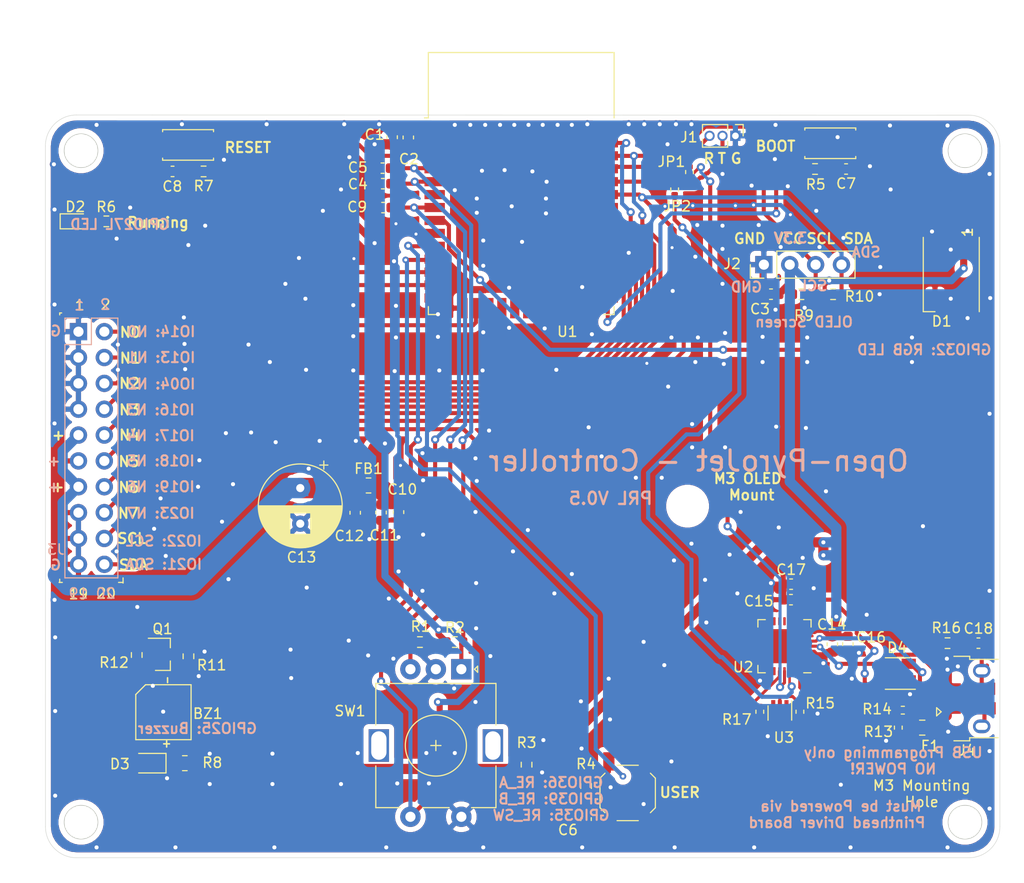
<source format=kicad_pcb>
(kicad_pcb (version 20171130) (host pcbnew "(5.1.12)-1")
  (title_block (title "Open-PyroJet - Controller") (date 2022-03-18) (rev 0.5) (company PRL))
  (layers (0 F.Cu signal) (31 B.Cu signal) (34 B.Paste user) (35 F.Paste user) (36 B.SilkS user) (37 F.SilkS user) (38 B.Mask user) (39 F.Mask user) (44 Edge.Cuts user))
  (net 0 "")
  (net 1 "Net-(BZ1-Pad1)")
  (net 2 "Net-(BZ1-Pad2)")
  (net 3 RE_B)
  (net 4 GND)
  (net 5 RE_A)
  (net 6 BOOT)
  (net 7 RESET)
  (net 8 RE_SW)
  (net 9 +3V3)
  (net 10 RGB)
  (net 11 "Net-(D2-Pad2)")
  (net 12 VBUS)
  (net 13 "Net-(D4-Pad3)")
  (net 14 "Net-(D4-Pad2)")
  (net 15 "Net-(F1-Pad2)")
  (net 16 Rx)
  (net 17 Tx)
  (net 18 SDA)
  (net 19 SCL)
  (net 20 PH7)
  (net 21 PH6)
  (net 22 PH5)
  (net 23 PH4)
  (net 24 PH3)
  (net 25 PH2)
  (net 26 PH1)
  (net 27 PH0)
  (net 28 "Net-(JP1-Pad1)")
  (net 29 "Net-(JP2-Pad1)")
  (net 30 "Net-(Q1-Pad1)")
  (net 31 LED)
  (net 32 BUZZER)
  (net 33 DTR)
  (net 34 RTS)
  (net 35 USER1)
  (net 36 "Net-(R15-Pad2)")
  (net 37 "Net-(R17-Pad1)")
  (net 38 +3.3VDAC)
  (net 39 "Net-(C15-Pad2)")
  (net 40 "Net-(C18-Pad2)")
  (module MountingHole:MountingHole_3.2mm_M3 (layer F.Cu) (at 165.5445 92.6465)
    (fp_text reference H5 hide)
    (fp_text value MH-M3)
    (pad 1 np_thru_hole circle (at 0 0) (size 3.2 3.2) (drill 3.2) (layers *.Cu *.Mask))
  )
  (module Capacitor_SMD:C_0603_1608Metric (layer F.Cu) (at 173.736 71.8185 180)
    (fp_text reference C3 (at 1.0795 -1.4605) (layer F.SilkS))
    (fp_text value 100nF)
    (pad 2 smd roundrect (at 0.775 0 180) (size 0.9 0.95) (layers F.Cu F.Paste F.Mask) (net 4 GND))
    (pad 1 smd roundrect (at -0.775 0 180) (size 0.9 0.95) (layers F.Cu F.Paste F.Mask) (net 9 +3V3))
  )
  (module Resistor_SMD:R_0805_2012Metric (layer F.Cu) (at 134.2155 90.6145)
    (fp_text reference FB1 (at 0 -1.65) (layer F.SilkS))
    (fp_text value 1uH)
    (pad 2 smd roundrect (at 0.9125 0) (size 1.025 1.4) (layers F.Cu F.Paste F.Mask) (roundrect_rratio 0.2439004878048781) (net 9 +3V3))
    (pad 1 smd roundrect (at -0.9125 0) (size 1.025 1.4) (layers F.Cu F.Paste F.Mask) (roundrect_rratio 0.2439004878048781) (net 38 +3.3VDAC))
  )
  (module Capacitor_THT:CP_Radial_D8.0mm_P3.50mm (layer F.Cu) (at 127.508 90.8685 270)
    (fp_text reference C13 (at 6.802 -0.127 180) (layer F.SilkS))
    (fp_text value 100uF/50V)
    (pad 2 thru_hole circle (at 3.5 0 270) (size 1.6 1.6) (drill 0.8) (layers *.Cu *.Mask) (net 4 GND))
    (pad 1 thru_hole rect (at 0 0 270) (size 1.6 1.6) (drill 0.8) (layers *.Cu *.Mask) (net 38 +3.3VDAC))
  )
  (module Capacitor_SMD:C_0603_1608Metric (layer F.Cu) (at 132.9055 93.2945 90)
    (fp_text reference C12 (at -2.273 -0.5715 180) (layer F.SilkS))
    (fp_text value 100nF)
    (pad 2 smd roundrect (at 0.775 0 90) (size 0.9 0.95) (layers F.Cu F.Paste F.Mask) (net 38 +3.3VDAC))
    (pad 1 smd roundrect (at -0.775 0 90) (size 0.9 0.95) (layers F.Cu F.Paste F.Mask) (net 4 GND))
  )
  (module Capacitor_SMD:C_0603_1608Metric (layer F.Cu) (at 135.4455 93.2685 270)
    (fp_text reference C11 (at 2.2355 -0.3175 180) (layer F.SilkS))
    (fp_text value 22uF)
    (pad 2 smd roundrect (at 0.775 0 270) (size 0.9 0.95) (layers F.Cu F.Paste F.Mask) (net 4 GND))
    (pad 1 smd roundrect (at -0.775 0 270) (size 0.9 0.95) (layers F.Cu F.Paste F.Mask) (net 9 +3V3))
  )
  (module Capacitor_SMD:C_0603_1608Metric (layer F.Cu) (at 137.16 93.231 90)
    (fp_text reference C10 (at 2.2355 0.381 180) (layer F.SilkS))
    (fp_text value 100nF)
    (pad 2 smd roundrect (at 0.775 0 90) (size 0.9 0.95) (layers F.Cu F.Paste F.Mask) (net 9 +3V3))
    (pad 1 smd roundrect (at -0.775 0 90) (size 0.9 0.95) (layers F.Cu F.Paste F.Mask) (net 4 GND))
  )
  (module Pauls_KiCAD_Libraries:SW_SMD_SPST_SKQG_WithStem_6x6.5 (layer F.Cu) (at 159.663499 120.826 90)
    (fp_text reference SW2 hide)
    (fp_text value USER1)
    (pad 2 smd rect (at 3.1 1.85 90) (size 1.8 1.1) (layers F.Cu F.Paste F.Mask) (net 4 GND))
    (pad 2 smd rect (at -3.1 1.85 90) (size 1.8 1.1) (layers F.Cu F.Paste F.Mask) (net 4 GND))
    (pad 1 smd rect (at 3.1 -1.85 90) (size 1.8 1.1) (layers F.Cu F.Paste F.Mask) (net 35 USER1))
    (pad 1 smd rect (at -3.1 -1.85 90) (size 1.8 1.1) (layers F.Cu F.Paste F.Mask) (net 35 USER1))
  )
  (module Resistor_SMD:R_0603_1608Metric (layer F.Cu) (at 155.575 120.1425 270)
    (fp_text reference R4 (at -2.159 0 180) (layer F.SilkS))
    (fp_text value 10K)
    (pad 2 smd roundrect (at 0.825 0 270) (size 0.8 0.95) (layers F.Cu F.Paste F.Mask) (net 35 USER1))
    (pad 1 smd roundrect (at -0.825 0 270) (size 0.8 0.95) (layers F.Cu F.Paste F.Mask) (net 9 +3V3))
  )
  (module Capacitor_SMD:C_0603_1608Metric (layer F.Cu) (at 155.575 123.3935 90)
    (fp_text reference C6 (at -1.0665 -1.778 180) (layer F.SilkS))
    (fp_text value 100nF)
    (pad 2 smd roundrect (at 0.775 0 90) (size 0.9 0.95) (layers F.Cu F.Paste F.Mask) (net 35 USER1))
    (pad 1 smd roundrect (at -0.775 0 90) (size 0.9 0.95) (layers F.Cu F.Paste F.Mask) (net 4 GND))
  )
  (module Connector_PinSocket_2.54mm:PinSocket_2x10_P2.54mm_Vertical (layer B.Cu) (at 105.7275 75.5015 180)
    (fp_text reference J3 (at 2.2225 -21.3995) (layer B.SilkS) (effects (justify mirror)))
    (fp_text value "2 x 10 Pinheader")
    (pad 20 thru_hole oval (at -2.54 -22.86 180) (size 1.7 1.7) (drill 1) (layers *.Cu *.Mask) (net 18 SDA))
    (pad 19 thru_hole oval (at 0 -22.86 180) (size 1.7 1.7) (drill 1) (layers *.Cu *.Mask) (net 4 GND))
    (pad 18 thru_hole oval (at -2.54 -20.32 180) (size 1.7 1.7) (drill 1) (layers *.Cu *.Mask) (net 19 SCL))
    (pad 17 thru_hole oval (at 0 -20.32 180) (size 1.7 1.7) (drill 1) (layers *.Cu *.Mask) (net 4 GND))
    (pad 16 thru_hole oval (at -2.54 -17.78 180) (size 1.7 1.7) (drill 1) (layers *.Cu *.Mask) (net 20 PH7))
    (pad 15 thru_hole oval (at 0 -17.78 180) (size 1.7 1.7) (drill 1) (layers *.Cu *.Mask) (net 4 GND))
    (pad 14 thru_hole oval (at -2.54 -15.24 180) (size 1.7 1.7) (drill 1) (layers *.Cu *.Mask) (net 21 PH6))
    (pad 13 thru_hole oval (at 0 -15.24 180) (size 1.7 1.7) (drill 1) (layers *.Cu *.Mask) (net 38 +3.3VDAC))
    (pad 12 thru_hole oval (at -2.54 -12.7 180) (size 1.7 1.7) (drill 1) (layers *.Cu *.Mask) (net 22 PH5))
    (pad 11 thru_hole oval (at 0 -12.7 180) (size 1.7 1.7) (drill 1) (layers *.Cu *.Mask) (net 4 GND))
    (pad 10 thru_hole oval (at -2.54 -10.16 180) (size 1.7 1.7) (drill 1) (layers *.Cu *.Mask) (net 23 PH4))
    (pad 9 thru_hole oval (at 0 -10.16 180) (size 1.7 1.7) (drill 1) (layers *.Cu *.Mask) (net 38 +3.3VDAC))
    (pad 8 thru_hole oval (at -2.54 -7.62 180) (size 1.7 1.7) (drill 1) (layers *.Cu *.Mask) (net 24 PH3))
    (pad 7 thru_hole oval (at 0 -7.62 180) (size 1.7 1.7) (drill 1) (layers *.Cu *.Mask) (net 4 GND))
    (pad 6 thru_hole oval (at -2.54 -5.08 180) (size 1.7 1.7) (drill 1) (layers *.Cu *.Mask) (net 25 PH2))
    (pad 5 thru_hole oval (at 0 -5.08 180) (size 1.7 1.7) (drill 1) (layers *.Cu *.Mask) (net 4 GND))
    (pad 4 thru_hole oval (at -2.54 -2.54 180) (size 1.7 1.7) (drill 1) (layers *.Cu *.Mask) (net 26 PH1))
    (pad 3 thru_hole oval (at 0 -2.54 180) (size 1.7 1.7) (drill 1) (layers *.Cu *.Mask) (net 4 GND))
    (pad 2 thru_hole oval (at -2.54 0 180) (size 1.7 1.7) (drill 1) (layers *.Cu *.Mask) (net 27 PH0))
    (pad 1 thru_hole rect (at 0 0 180) (size 1.7 1.7) (drill 1) (layers *.Cu *.Mask) (net 4 GND))
  )
  (module Resistor_SMD:R_0603_1608Metric (layer F.Cu) (at 179.8325 71.8185)
    (fp_text reference R10 (at 2.594 0.2205) (layer F.SilkS))
    (fp_text value 4.7K)
    (pad 2 smd roundrect (at 0.825 0) (size 0.8 0.95) (layers F.Cu F.Paste F.Mask) (net 18 SDA))
    (pad 1 smd roundrect (at -0.825 0) (size 0.8 0.95) (layers F.Cu F.Paste F.Mask) (net 9 +3V3))
  )
  (module Resistor_SMD:R_0603_1608Metric (layer F.Cu) (at 176.721 71.8185 180)
    (fp_text reference R9 (at -0.2535 -2.0955) (layer F.SilkS))
    (fp_text value 4.7K)
    (pad 2 smd roundrect (at 0.825 0 180) (size 0.8 0.95) (layers F.Cu F.Paste F.Mask) (net 9 +3V3))
    (pad 1 smd roundrect (at -0.825 0 180) (size 0.8 0.95) (layers F.Cu F.Paste F.Mask) (net 19 SCL))
  )
  (module Capacitor_SMD:C_0603_1608Metric (layer F.Cu) (at 138.120204 56.419599 90)
    (fp_text reference C2 (at -2.127401 0.055796 180) (layer F.SilkS))
    (fp_text value 100nF)
    (pad 2 smd roundrect (at 0.775 0 90) (size 0.9 0.95) (layers F.Cu F.Paste F.Mask) (net 4 GND))
    (pad 1 smd roundrect (at -0.775 0 90) (size 0.9 0.95) (layers F.Cu F.Paste F.Mask) (net 9 +3V3))
  )
  (module Capacitor_SMD:C_0603_1608Metric (layer F.Cu) (at 136.532703 56.393599 270)
    (fp_text reference C1 (at -0.259599 1.722203 180) (layer F.SilkS))
    (fp_text value 10uF)
    (pad 2 smd roundrect (at 0.775 0 270) (size 0.9 0.95) (layers F.Cu F.Paste F.Mask) (net 9 +3V3))
    (pad 1 smd roundrect (at -0.775 0 270) (size 0.9 0.95) (layers F.Cu F.Paste F.Mask) (net 4 GND))
  )
  (module Package_TO_SOT_SMD:SOT-363_SC-70-6 (layer F.Cu) (at 174.606401 112.974203 270)
    (fp_text reference U3 (at 2.405297 -0.399599 180) (layer F.SilkS))
    (fp_text value DMMT3904W)
    (pad 6 smd rect (at 0.95 -0.65 270) (size 0.65 0.4) (layers F.Cu F.Paste F.Mask))
    (pad 4 smd rect (at 0.95 0.65 270) (size 0.65 0.4) (layers F.Cu F.Paste F.Mask) (net 34 RTS))
    (pad 2 smd rect (at -0.95 0 270) (size 0.65 0.4) (layers F.Cu F.Paste F.Mask) (net 36 "Net-(R15-Pad2)"))
    (pad 5 smd rect (at 0.95 0 270) (size 0.65 0.4) (layers F.Cu F.Paste F.Mask) (net 33 DTR))
    (pad 3 smd rect (at -0.95 0.65 270) (size 0.65 0.4) (layers F.Cu F.Paste F.Mask))
    (pad 1 smd rect (at -0.95 -0.65 270) (size 0.65 0.4) (layers F.Cu F.Paste F.Mask) (net 37 "Net-(R17-Pad1)"))
  )
  (module Package_DFN_QFN:QFN-28-1EP_5x5mm_P0.5mm_EP3.35x3.35mm (layer F.Cu) (at 175.061795 106.407401 180)
    (fp_text reference U2 (at 4.056295 -2.050599) (layer F.SilkS))
    (fp_text value CP2102N-A01-GQFN28)
    (pad 29 smd rect (at 0 0 180) (size 3.35 3.35) (layers F.Cu F.Mask) (net 4 GND))
    (pad 28 smd roundrect (at -1.5 -2.45 180) (size 0.25 0.8) (layers F.Cu F.Paste F.Mask) (net 33 DTR))
    (pad 27 smd roundrect (at -1 -2.45 180) (size 0.25 0.8) (layers F.Cu F.Paste F.Mask))
    (pad 26 smd roundrect (at -0.5 -2.45 180) (size 0.25 0.8) (layers F.Cu F.Paste F.Mask) (net 29 "Net-(JP2-Pad1)"))
    (pad 25 smd roundrect (at 0 -2.45 180) (size 0.25 0.8) (layers F.Cu F.Paste F.Mask) (net 28 "Net-(JP1-Pad1)"))
    (pad 24 smd roundrect (at 0.5 -2.45 180) (size 0.25 0.8) (layers F.Cu F.Paste F.Mask) (net 34 RTS))
    (pad 23 smd roundrect (at 1 -2.45 180) (size 0.25 0.8) (layers F.Cu F.Paste F.Mask))
    (pad 22 smd roundrect (at 1.5 -2.45 180) (size 0.25 0.8) (layers F.Cu F.Paste F.Mask))
    (pad 21 smd roundrect (at 2.45 -1.5 180) (size 0.8 0.25) (layers F.Cu F.Paste F.Mask))
    (pad 20 smd roundrect (at 2.45 -1 180) (size 0.8 0.25) (layers F.Cu F.Paste F.Mask))
    (pad 19 smd roundrect (at 2.45 -0.5 180) (size 0.8 0.25) (layers F.Cu F.Paste F.Mask))
    (pad 18 smd roundrect (at 2.45 0 180) (size 0.8 0.25) (layers F.Cu F.Paste F.Mask))
    (pad 17 smd roundrect (at 2.45 0.5 180) (size 0.8 0.25) (layers F.Cu F.Paste F.Mask))
    (pad 16 smd roundrect (at 2.45 1 180) (size 0.8 0.25) (layers F.Cu F.Paste F.Mask))
    (pad 15 smd roundrect (at 2.45 1.5 180) (size 0.8 0.25) (layers F.Cu F.Paste F.Mask))
    (pad 14 smd roundrect (at 1.5 2.45 180) (size 0.25 0.8) (layers F.Cu F.Paste F.Mask))
    (pad 13 smd roundrect (at 1 2.45 180) (size 0.25 0.8) (layers F.Cu F.Paste F.Mask))
    (pad 12 smd roundrect (at 0.5 2.45 180) (size 0.25 0.8) (layers F.Cu F.Paste F.Mask))
    (pad 11 smd roundrect (at 0 2.45 180) (size 0.25 0.8) (layers F.Cu F.Paste F.Mask))
    (pad 10 smd roundrect (at -0.5 2.45 180) (size 0.25 0.8) (layers F.Cu F.Paste F.Mask))
    (pad 9 smd roundrect (at -1 2.45 180) (size 0.25 0.8) (layers F.Cu F.Paste F.Mask))
    (pad 8 smd roundrect (at -1.5 2.45 180) (size 0.25 0.8) (layers F.Cu F.Paste F.Mask) (net 39 "Net-(C15-Pad2)"))
    (pad 7 smd roundrect (at -2.45 1.5 180) (size 0.8 0.25) (layers F.Cu F.Paste F.Mask) (net 9 +3V3))
    (pad 6 smd roundrect (at -2.45 1 180) (size 0.8 0.25) (layers F.Cu F.Paste F.Mask) (net 9 +3V3))
    (pad 5 smd roundrect (at -2.45 0.5 180) (size 0.8 0.25) (layers F.Cu F.Paste F.Mask) (net 14 "Net-(D4-Pad2)"))
    (pad 4 smd roundrect (at -2.45 0 180) (size 0.8 0.25) (layers F.Cu F.Paste F.Mask) (net 13 "Net-(D4-Pad3)"))
    (pad 3 smd roundrect (at -2.45 -0.5 180) (size 0.8 0.25) (layers F.Cu F.Paste F.Mask) (net 4 GND))
    (pad 2 smd roundrect (at -2.45 -1 180) (size 0.8 0.25) (layers F.Cu F.Paste F.Mask))
    (pad 1 smd roundrect (at -2.45 -1.5 180) (size 0.8 0.25) (layers F.Cu F.Paste F.Mask))
  )
  (module RF_Module:ESP32-WROOM-32 (layer F.Cu) (at 149.209 63.9375)
    (fp_text reference U1 (at 4.5245 11.564 180) (layer F.SilkS))
    (fp_text value ESP32-WROOM-32D)
    (pad 38 smd rect (at 8.5 -8.255) (size 2 0.9) (layers F.Cu F.Paste F.Mask) (net 4 GND))
    (pad 37 smd rect (at 8.5 -6.985) (size 2 0.9) (layers F.Cu F.Paste F.Mask) (net 20 PH7))
    (pad 36 smd rect (at 8.5 -5.715) (size 2 0.9) (layers F.Cu F.Paste F.Mask) (net 19 SCL))
    (pad 35 smd rect (at 8.5 -4.445) (size 2 0.9) (layers F.Cu F.Paste F.Mask) (net 16 Rx))
    (pad 34 smd rect (at 8.5 -3.175) (size 2 0.9) (layers F.Cu F.Paste F.Mask) (net 17 Tx))
    (pad 33 smd rect (at 8.5 -1.905) (size 2 0.9) (layers F.Cu F.Paste F.Mask) (net 18 SDA))
    (pad 32 smd rect (at 8.5 -0.635) (size 2 0.9) (layers F.Cu F.Paste F.Mask))
    (pad 31 smd rect (at 8.5 0.635) (size 2 0.9) (layers F.Cu F.Paste F.Mask) (net 21 PH6))
    (pad 30 smd rect (at 8.5 1.905) (size 2 0.9) (layers F.Cu F.Paste F.Mask) (net 22 PH5))
    (pad 29 smd rect (at 8.5 3.175) (size 2 0.9) (layers F.Cu F.Paste F.Mask))
    (pad 28 smd rect (at 8.5 4.445) (size 2 0.9) (layers F.Cu F.Paste F.Mask) (net 23 PH4))
    (pad 27 smd rect (at 8.5 5.715) (size 2 0.9) (layers F.Cu F.Paste F.Mask) (net 24 PH3))
    (pad 26 smd rect (at 8.5 6.985) (size 2 0.9) (layers F.Cu F.Paste F.Mask) (net 25 PH2))
    (pad 25 smd rect (at 8.5 8.255) (size 2 0.9) (layers F.Cu F.Paste F.Mask) (net 6 BOOT))
    (pad 24 smd rect (at 5.715 9.255 90) (size 2 0.9) (layers F.Cu F.Paste F.Mask))
    (pad 23 smd rect (at 4.445 9.255 90) (size 2 0.9) (layers F.Cu F.Paste F.Mask))
    (pad 22 smd rect (at 3.175 9.255 90) (size 2 0.9) (layers F.Cu F.Paste F.Mask))
    (pad 21 smd rect (at 1.905 9.255 90) (size 2 0.9) (layers F.Cu F.Paste F.Mask))
    (pad 20 smd rect (at 0.635 9.255 90) (size 2 0.9) (layers F.Cu F.Paste F.Mask))
    (pad 19 smd rect (at -0.635 9.255 90) (size 2 0.9) (layers F.Cu F.Paste F.Mask))
    (pad 18 smd rect (at -1.905 9.255 90) (size 2 0.9) (layers F.Cu F.Paste F.Mask))
    (pad 17 smd rect (at -3.175 9.255 90) (size 2 0.9) (layers F.Cu F.Paste F.Mask))
    (pad 16 smd rect (at -4.445 9.255 90) (size 2 0.9) (layers F.Cu F.Paste F.Mask) (net 26 PH1))
    (pad 15 smd rect (at -5.715 9.255 90) (size 2 0.9) (layers F.Cu F.Paste F.Mask) (net 4 GND))
    (pad 14 smd rect (at -8.5 8.255) (size 2 0.9) (layers F.Cu F.Paste F.Mask))
    (pad 13 smd rect (at -8.5 6.985) (size 2 0.9) (layers F.Cu F.Paste F.Mask) (net 27 PH0))
    (pad 12 smd rect (at -8.5 5.715) (size 2 0.9) (layers F.Cu F.Paste F.Mask) (net 31 LED))
    (pad 11 smd rect (at -8.5 4.445) (size 2 0.9) (layers F.Cu F.Paste F.Mask) (net 35 USER1))
    (pad 10 smd rect (at -8.5 3.175) (size 2 0.9) (layers F.Cu F.Paste F.Mask) (net 32 BUZZER))
    (pad 9 smd rect (at -8.5 1.905) (size 2 0.9) (layers F.Cu F.Paste F.Mask))
    (pad 8 smd rect (at -8.5 0.635) (size 2 0.9) (layers F.Cu F.Paste F.Mask) (net 10 RGB))
    (pad 7 smd rect (at -8.5 -0.635) (size 2 0.9) (layers F.Cu F.Paste F.Mask) (net 8 RE_SW))
    (pad 6 smd rect (at -8.5 -1.905) (size 2 0.9) (layers F.Cu F.Paste F.Mask))
    (pad 5 smd rect (at -8.5 -3.175) (size 2 0.9) (layers F.Cu F.Paste F.Mask) (net 3 RE_B))
    (pad 4 smd rect (at -8.5 -4.445) (size 2 0.9) (layers F.Cu F.Paste F.Mask) (net 5 RE_A))
    (pad 3 smd rect (at -8.5 -5.715) (size 2 0.9) (layers F.Cu F.Paste F.Mask) (net 7 RESET))
    (pad 2 smd rect (at -8.5 -6.985) (size 2 0.9) (layers F.Cu F.Paste F.Mask) (net 9 +3V3))
    (pad 1 smd rect (at -8.5 -8.255) (size 2 0.9) (layers F.Cu F.Paste F.Mask) (net 4 GND))
    (pad 39 smd rect (at -1 -0.755) (size 5 5) (layers F.Cu F.Paste F.Mask) (net 4 GND))
  )
  (module Pauls_KiCAD_Libraries:SMD_Switch_5x3 (layer F.Cu) (at 116.491684 57.152644 180)
    (fp_text reference SW4 hide)
    (fp_text value RESET)
    (pad 2 smd rect (at 2.25 -0.01 180) (size 1.3 2.4) (layers F.Cu F.Paste F.Mask) (net 4 GND))
    (pad 1 smd rect (at -2.25 -0.01 180) (size 1.3 2.4) (layers F.Cu F.Paste F.Mask) (net 7 RESET))
  )
  (module Pauls_KiCAD_Libraries:SMD_Switch_5x3 (layer F.Cu) (at 179.558204 56.988099)
    (fp_text reference SW3 hide)
    (fp_text value BOOT)
    (pad 2 smd rect (at 2.25 -0.01) (size 1.3 2.4) (layers F.Cu F.Paste F.Mask) (net 4 GND))
    (pad 1 smd rect (at -2.25 -0.01) (size 1.3 2.4) (layers F.Cu F.Paste F.Mask) (net 6 BOOT))
  )
  (module Rotary_Encoder:RotaryEncoder_Alps_EC11E-Switch_Vertical_H20mm (layer F.Cu) (at 143.327204 108.667099 270)
    (fp_text reference SW1 (at 4.108901 10.929704 180) (layer F.SilkS))
    (fp_text value Rotary_Encoder)
    (pad A thru_hole rect (at 0 0 270) (size 2 2) (drill 1) (layers *.Cu *.Mask) (net 5 RE_A))
    (pad C thru_hole circle (at 0 2.5 270) (size 2 2) (drill 1) (layers *.Cu *.Mask) (net 4 GND))
    (pad B thru_hole circle (at 0 5 270) (size 2 2) (drill 1) (layers *.Cu *.Mask) (net 3 RE_B))
    (pad MP thru_hole rect (at 7.5 -3.1 270) (size 3.2 2) (drill oval 2.8 1.5) (layers *.Cu *.Mask))
    (pad MP thru_hole rect (at 7.5 8.1 270) (size 3.2 2) (drill oval 2.8 1.5) (layers *.Cu *.Mask))
    (pad S2 thru_hole circle (at 14.5 0 270) (size 2 2) (drill 1) (layers *.Cu *.Mask) (net 4 GND))
    (pad S1 thru_hole circle (at 14.5 5 270) (size 2 2) (drill 1) (layers *.Cu *.Mask) (net 8 RE_SW))
  )
  (module Resistor_SMD:R_0402_1005Metric (layer F.Cu) (at 172.637901 112.847204 270)
    (fp_text reference R17 (at 0.754296 2.267401 180) (layer F.SilkS))
    (fp_text value 12K)
    (pad 2 smd roundrect (at 0.51 0 270) (size 0.54 0.64) (layers F.Cu F.Paste F.Mask) (net 34 RTS))
    (pad 1 smd roundrect (at -0.51 0 270) (size 0.54 0.64) (layers F.Cu F.Paste F.Mask) (net 37 "Net-(R17-Pad1)"))
  )
  (module Resistor_SMD:R_0603_1608Metric (layer F.Cu) (at 191.072 106.1085 180)
    (fp_text reference R16 (at 0.119296 1.505401) (layer F.SilkS))
    (fp_text value 1M)
    (pad 2 smd roundrect (at 0.825 0 180) (size 0.8 0.95) (layers F.Cu F.Paste F.Mask) (net 4 GND))
    (pad 1 smd roundrect (at -0.825 0 180) (size 0.8 0.95) (layers F.Cu F.Paste F.Mask) (net 40 "Net-(C18-Pad2)"))
  )
  (module Resistor_SMD:R_0402_1005Metric (layer F.Cu) (at 176.5749 112.845204 90)
    (fp_text reference R15 (at 0.831204 1.9871 180) (layer F.SilkS))
    (fp_text value 12K)
    (pad 2 smd roundrect (at 0.51 0 90) (size 0.54 0.64) (layers F.Cu F.Paste F.Mask) (net 36 "Net-(R15-Pad2)"))
    (pad 1 smd roundrect (at -0.51 0 90) (size 0.54 0.64) (layers F.Cu F.Paste F.Mask) (net 33 DTR))
  )
  (module Resistor_SMD:R_0402_1005Metric (layer F.Cu) (at 186.682296 112.693902)
    (fp_text reference R14 (at -2.532296 -0.108402) (layer F.SilkS))
    (fp_text value 24K)
    (pad 2 smd roundrect (at 0.51 0) (size 0.54 0.64) (layers F.Cu F.Paste F.Mask) (net 12 VBUS))
    (pad 1 smd roundrect (at -0.51 0) (size 0.54 0.64) (layers F.Cu F.Paste F.Mask) (net 39 "Net-(C15-Pad2)"))
  )
  (module Resistor_SMD:R_0402_1005Metric (layer F.Cu) (at 186.237797 114.4084 270)
    (fp_text reference R13 (at 0.3996 1.960797 180) (layer F.SilkS))
    (fp_text value 47K)
    (pad 2 smd roundrect (at 0.51 0 270) (size 0.54 0.64) (layers F.Cu F.Paste F.Mask) (net 4 GND))
    (pad 1 smd roundrect (at -0.51 0 270) (size 0.54 0.64) (layers F.Cu F.Paste F.Mask) (net 39 "Net-(C15-Pad2)"))
  )
  (module Resistor_SMD:R_0603_1608Metric (layer F.Cu) (at 111.450205 107.270598 270)
    (fp_text reference R12 (at 0.742902 2.230205 180) (layer F.SilkS))
    (fp_text value 10K)
    (pad 2 smd roundrect (at 0.825 0 270) (size 0.8 0.95) (layers F.Cu F.Paste F.Mask) (net 4 GND))
    (pad 1 smd roundrect (at -0.825 0 270) (size 0.8 0.95) (layers F.Cu F.Paste F.Mask) (net 30 "Net-(Q1-Pad1)"))
  )
  (module Resistor_SMD:R_0603_1608Metric (layer F.Cu) (at 116.530205 107.396598 90)
    (fp_text reference R11 (at -0.870902 2.278295 180) (layer F.SilkS))
    (fp_text value 47)
    (pad 2 smd roundrect (at 0.825 0 90) (size 0.8 0.95) (layers F.Cu F.Paste F.Mask) (net 30 "Net-(Q1-Pad1)"))
    (pad 1 smd roundrect (at -0.825 0 90) (size 0.8 0.95) (layers F.Cu F.Paste F.Mask) (net 32 BUZZER))
  )
  (module Resistor_SMD:R_0805_2012Metric (layer F.Cu) (at 116.173797 117.900901)
    (fp_text reference R8 (at 2.698203 -0.044901) (layer F.SilkS))
    (fp_text value 10)
    (pad 2 smd roundrect (at 0.9125 0) (size 1.025 1.4) (layers F.Cu F.Paste F.Mask) (roundrect_rratio 0.2439004878048781) (net 9 +3V3))
    (pad 1 smd roundrect (at -0.9125 0) (size 1.025 1.4) (layers F.Cu F.Paste F.Mask) (roundrect_rratio 0.2439004878048781) (net 2 "Net-(BZ1-Pad2)"))
  )
  (module Resistor_SMD:R_0603_1608Metric (layer F.Cu) (at 118.015685 59.756144 180)
    (fp_text reference R7 (at 0 -1.43) (layer F.SilkS))
    (fp_text value 10K)
    (pad 2 smd roundrect (at 0.825 0 180) (size 0.8 0.95) (layers F.Cu F.Paste F.Mask) (net 7 RESET))
    (pad 1 smd roundrect (at -0.825 0 180) (size 0.8 0.95) (layers F.Cu F.Paste F.Mask) (net 9 +3V3))
  )
  (module Resistor_SMD:R_0603_1608Metric (layer F.Cu) (at 108.466204 64.661599 180)
    (fp_text reference R6 (at 0.008204 1.415599) (layer F.SilkS))
    (fp_text value 2K)
    (pad 2 smd roundrect (at 0.825 0 180) (size 0.8 0.95) (layers F.Cu F.Paste F.Mask) (net 11 "Net-(D2-Pad2)"))
    (pad 1 smd roundrect (at -0.825 0 180) (size 0.8 0.95) (layers F.Cu F.Paste F.Mask) (net 31 LED))
  )
  (module Resistor_SMD:R_0603_1608Metric (layer F.Cu) (at 178.061703 59.518099)
    (fp_text reference R5 (at 0.0635 1.524) (layer F.SilkS))
    (fp_text value 10K)
    (pad 2 smd roundrect (at 0.825 0) (size 0.8 0.95) (layers F.Cu F.Paste F.Mask) (net 6 BOOT))
    (pad 1 smd roundrect (at -0.825 0) (size 0.8 0.95) (layers F.Cu F.Paste F.Mask) (net 9 +3V3))
  )
  (module Resistor_SMD:R_0603_1608Metric (layer F.Cu) (at 149.733 118.047 270)
    (fp_text reference R3 (at -2.1595 0 180) (layer F.SilkS))
    (fp_text value 10K)
    (pad 2 smd roundrect (at 0.825 0 270) (size 0.8 0.95) (layers F.Cu F.Paste F.Mask) (net 8 RE_SW))
    (pad 1 smd roundrect (at -0.825 0 270) (size 0.8 0.95) (layers F.Cu F.Paste F.Mask) (net 9 +3V3))
  )
  (module Resistor_SMD:R_0603_1608Metric (layer F.Cu) (at 142.692205 106.000099)
    (fp_text reference R2 (at 0 -1.43) (layer F.SilkS))
    (fp_text value 10K)
    (pad 2 smd roundrect (at 0.825 0) (size 0.8 0.95) (layers F.Cu F.Paste F.Mask) (net 5 RE_A))
    (pad 1 smd roundrect (at -0.825 0) (size 0.8 0.95) (layers F.Cu F.Paste F.Mask) (net 9 +3V3))
  )
  (module Resistor_SMD:R_0603_1608Metric (layer F.Cu) (at 139.263204 106.000099 180)
    (fp_text reference R1 (at -0.0635 1.524) (layer F.SilkS))
    (fp_text value 10K)
    (pad 2 smd roundrect (at 0.825 0 180) (size 0.8 0.95) (layers F.Cu F.Paste F.Mask) (net 3 RE_B))
    (pad 1 smd roundrect (at -0.825 0 180) (size 0.8 0.95) (layers F.Cu F.Paste F.Mask) (net 9 +3V3))
  )
  (module Package_TO_SOT_SMD:SOT-23 (layer F.Cu) (at 113.990204 107.206599)
    (fp_text reference Q1 (at 0 -2.5) (layer F.SilkS))
    (fp_text value AO3400A)
    (pad 3 smd rect (at 1 0) (size 0.9 0.8) (layers F.Cu F.Paste F.Mask) (net 1 "Net-(BZ1-Pad1)"))
    (pad 2 smd rect (at -1 0.95) (size 0.9 0.8) (layers F.Cu F.Paste F.Mask) (net 4 GND))
    (pad 1 smd rect (at -1 -0.95) (size 0.9 0.8) (layers F.Cu F.Paste F.Mask) (net 30 "Net-(Q1-Pad1)"))
  )
  (module Resistor_SMD:R_0402_1005Metric (layer F.Cu) (at 164.2745 61.5295 90)
    (fp_text reference JP2 (at -1.653 0.254 180) (layer F.SilkS))
    (fp_text value Jumper_NC_Small)
    (pad 2 smd roundrect (at 0.51 0 90) (size 0.54 0.64) (layers F.Cu F.Paste F.Mask) (net 17 Tx))
    (pad 1 smd roundrect (at -0.51 0 90) (size 0.54 0.64) (layers F.Cu F.Paste F.Mask) (net 29 "Net-(JP2-Pad1)"))
  )
  (module Resistor_SMD:R_0402_1005Metric (layer F.Cu) (at 165.735 59.817 90)
    (fp_text reference JP1 (at 1.016 -1.778 180) (layer F.SilkS))
    (fp_text value Jumper_NC_Small)
    (pad 2 smd roundrect (at 0.51 0 90) (size 0.54 0.64) (layers F.Cu F.Paste F.Mask) (net 16 Rx))
    (pad 1 smd roundrect (at -0.51 0 90) (size 0.54 0.64) (layers F.Cu F.Paste F.Mask) (net 28 "Net-(JP1-Pad1)"))
  )
  (module Pauls_KiCAD_Libraries:USB_Micro-B_C319160 (layer F.Cu) (at 193.314295 111.525401 90)
    (fp_text reference J4 (at -5.124099 -0.337795 180) (layer F.SilkS))
    (fp_text value USB_B_Micro)
    (pad "" np_thru_hole circle (at 1.92 -1.38 180) (size 0.47 0.47) (drill 0.47) (layers *.Cu *.Mask))
    (pad 6 smd rect (at 0.935 1.385 180) (size 2.1 1.2) (layers F.Cu F.Paste F.Mask) (net 40 "Net-(C18-Pad2)"))
    (pad 6 smd rect (at -0.985 1.385 180) (size 2.2 1.2) (layers F.Cu F.Paste F.Mask) (net 40 "Net-(C18-Pad2)"))
    (pad 6 thru_hole oval (at 2.705 1.115 180) (size 1.7 1.35) (drill oval 1.2 0.7) (layers *.Cu *.Mask) (net 40 "Net-(C18-Pad2)"))
    (pad 6 thru_hole oval (at -2.755 1.115 180) (size 1.7 1.35) (drill oval 1.2 0.7) (layers *.Cu *.Mask) (net 40 "Net-(C18-Pad2)"))
    (pad "" np_thru_hole circle (at -1.99 -1.38 180) (size 0.47 0.47) (drill 0.47) (layers *.Cu *.Mask))
    (pad 5 smd rect (at 1.275 -1.765 180) (size 1.65 0.4) (layers F.Cu F.Paste F.Mask) (net 4 GND))
    (pad 4 smd rect (at 0.625 -1.765 180) (size 1.65 0.4) (layers F.Cu F.Paste F.Mask) (net 4 GND))
    (pad 3 smd rect (at -0.025 -1.765 180) (size 1.65 0.4) (layers F.Cu F.Paste F.Mask) (net 13 "Net-(D4-Pad3)"))
    (pad 2 smd rect (at -0.675 -1.765 180) (size 1.65 0.4) (layers F.Cu F.Paste F.Mask) (net 14 "Net-(D4-Pad2)"))
    (pad 1 smd rect (at -1.325 -1.765 180) (size 1.65 0.4) (layers F.Cu F.Paste F.Mask) (net 15 "Net-(F1-Pad2)"))
  )
  (module Connector_PinHeader_2.54mm:PinHeader_1x04_P2.54mm_Vertical (layer F.Cu) (at 173.0375 68.916099 90)
    (fp_text reference J2 (at 0.082099 -3.119203 180) (layer F.SilkS))
    (fp_text value "OLED Screen")
    (pad 4 thru_hole oval (at 0 7.62 90) (size 1.7 1.7) (drill 1) (layers *.Cu *.Mask) (net 18 SDA))
    (pad 3 thru_hole oval (at 0 5.08 90) (size 1.7 1.7) (drill 1) (layers *.Cu *.Mask) (net 19 SCL))
    (pad 2 thru_hole oval (at 0 2.54 90) (size 1.7 1.7) (drill 1) (layers *.Cu *.Mask) (net 9 +3V3))
    (pad 1 thru_hole rect (at 0 0 90) (size 1.7 1.7) (drill 1) (layers *.Cu *.Mask) (net 4 GND))
  )
  (module Connector_PinHeader_1.27mm:PinHeader_1x03_P1.27mm_Vertical (layer F.Cu) (at 170.2435 56.261 270)
    (fp_text reference J1 (at 0.127 4.572 180) (layer F.SilkS))
    (fp_text value "Serial Prog")
    (pad 3 thru_hole oval (at 0 2.54 270) (size 1 1) (drill 0.65) (layers *.Cu *.Mask) (net 16 Rx))
    (pad 2 thru_hole oval (at 0 1.27 270) (size 1 1) (drill 0.65) (layers *.Cu *.Mask) (net 17 Tx))
    (pad 1 thru_hole rect (at 0 0 270) (size 1 1) (drill 0.65) (layers *.Cu *.Mask) (net 4 GND))
  )
  (module MountingHole:MountingHole_3.2mm_M3 (layer F.Cu) (at 192.786 57.7215 180)
    (fp_text reference H4 hide)
    (fp_text value MH-M3)
    (pad 1 np_thru_hole circle (at 0 0 180) (size 3.2 3.2) (drill 3.2) (layers *.Cu *.Mask))
  )
  (module MountingHole:MountingHole_3.2mm_M3 (layer F.Cu) (at 105.9815 57.7215 180)
    (fp_text reference H3 hide)
    (fp_text value MH-M3)
    (pad 1 np_thru_hole circle (at 0 0 180) (size 3.2 3.2) (drill 3.2) (layers *.Cu *.Mask))
  )
  (module MountingHole:MountingHole_3.2mm_M3 (layer F.Cu) (at 105.9815 123.698 180)
    (fp_text reference H2 hide)
    (fp_text value MH-M3)
    (pad 1 np_thru_hole circle (at 0 0 180) (size 3.2 3.2) (drill 3.2) (layers *.Cu *.Mask))
  )
  (module MountingHole:MountingHole_3.2mm_M3 (layer F.Cu) (at 192.786 123.698 180)
    (fp_text reference H1 hide)
    (fp_text value MH-M3)
    (pad 1 np_thru_hole circle (at 0 0 180) (size 3.2 3.2) (drill 3.2) (layers *.Cu *.Mask))
  )
  (module Capacitor_SMD:C_0805_2012Metric (layer F.Cu) (at 188.587296 114.4084)
    (fp_text reference F1 (at 0.769704 1.7966) (layer F.SilkS))
    (fp_text value "2A Polyfuse")
    (pad 2 smd roundrect (at 0.95 0) (size 1 1.45) (layers F.Cu F.Paste F.Mask) (net 15 "Net-(F1-Pad2)"))
    (pad 1 smd roundrect (at -0.95 0) (size 1 1.45) (layers F.Cu F.Paste F.Mask) (net 12 VBUS))
  )
  (module Package_TO_SOT_SMD:SOT-143 (layer F.Cu) (at 186.1615 109.0905 180)
    (fp_text reference D4 (at 0.043 2.5375) (layer F.SilkS))
    (fp_text value PRTR5V0U2X)
    (pad 4 smd rect (at 1.1 -0.95 90) (size 1 1.4) (layers F.Cu F.Paste F.Mask) (net 12 VBUS))
    (pad 3 smd rect (at 1.1 0.95 90) (size 1 1.4) (layers F.Cu F.Paste F.Mask) (net 13 "Net-(D4-Pad3)"))
    (pad 2 smd rect (at -1.1 0.95 90) (size 1 1.4) (layers F.Cu F.Paste F.Mask) (net 14 "Net-(D4-Pad2)"))
    (pad 1 smd rect (at -1.1 -0.77 90) (size 1.2 1.4) (layers F.Cu F.Paste F.Mask) (net 4 GND))
  )
  (module Diode_SMD:D_0805_2012Metric (layer F.Cu) (at 112.641296 117.9009 180)
    (fp_text reference D3 (at 2.849796 -0.0821) (layer F.SilkS))
    (fp_text value 1N4148)
    (pad 2 smd roundrect (at 0.9375 0 180) (size 0.975 1.4) (layers F.Cu F.Paste F.Mask) (net 4 GND))
    (pad 1 smd roundrect (at -0.9375 0 180) (size 0.975 1.4) (layers F.Cu F.Paste F.Mask) (net 2 "Net-(BZ1-Pad2)"))
  )
  (module LED_SMD:LED_0603_1608Metric (layer F.Cu) (at 105.417704 64.661599)
    (fp_text reference D2 (at 0 -1.43) (layer F.SilkS))
    (fp_text value Green)
    (pad 2 smd roundrect (at 0.7875 0) (size 0.875 0.95) (layers F.Cu F.Paste F.Mask) (net 11 "Net-(D2-Pad2)"))
    (pad 1 smd roundrect (at -0.7875 0) (size 0.875 0.95) (layers F.Cu F.Paste F.Mask) (net 4 GND))
  )
  (module LED_SMD:LED_WS2812B_PLCC4_5.0x5.0mm_P3.2mm (layer F.Cu) (at 191.44 69.887 270)
    (fp_text reference D1 (at 4.5985 0.94 180) (layer F.SilkS))
    (fp_text value WS2812B)
    (fp_text user 1 (at -4.15 -1.6 90) (layer F.SilkS))
    (pad 1 smd rect (at -2.45 -1.6 270) (size 1.5 1) (layers F.Cu F.Paste F.Mask) (net 9 +3V3))
    (pad 2 smd rect (at -2.45 1.6 270) (size 1.5 1) (layers F.Cu F.Paste F.Mask))
    (pad 4 smd rect (at 2.45 -1.6 270) (size 1.5 1) (layers F.Cu F.Paste F.Mask) (net 10 RGB))
    (pad 3 smd rect (at 2.45 1.6 270) (size 1.5 1) (layers F.Cu F.Paste F.Mask) (net 4 GND))
  )
  (module Capacitor_SMD:C_0603_1608Metric (layer F.Cu) (at 194.1065 106.1085 180)
    (fp_text reference C18 (at 0 1.441902) (layer F.SilkS))
    (fp_text value 100nF)
    (pad 2 smd roundrect (at 0.775 0 180) (size 0.9 0.95) (layers F.Cu F.Paste F.Mask) (net 40 "Net-(C18-Pad2)"))
    (pad 1 smd roundrect (at -0.775 0 180) (size 0.9 0.95) (layers F.Cu F.Paste F.Mask) (net 4 GND))
  )
  (module Capacitor_SMD:C_0603_1608Metric (layer F.Cu) (at 175.709797 100.311401)
    (fp_text reference C17 (at 0 -1.43) (layer F.SilkS))
    (fp_text value 10uF)
    (pad 2 smd roundrect (at 0.775 0) (size 0.9 0.95) (layers F.Cu F.Paste F.Mask) (net 39 "Net-(C15-Pad2)"))
    (pad 1 smd roundrect (at -0.775 0) (size 0.9 0.95) (layers F.Cu F.Paste F.Mask) (net 4 GND))
  )
  (module Capacitor_SMD:C_0603_1608Metric (layer F.Cu) (at 181.284795 106.203901 270)
    (fp_text reference C16 (at -0.666901 -2.293705 180) (layer F.SilkS))
    (fp_text value 10uF)
    (pad 2 smd roundrect (at 0.775 0 270) (size 0.9 0.95) (layers F.Cu F.Paste F.Mask) (net 4 GND))
    (pad 1 smd roundrect (at -0.775 0 270) (size 0.9 0.95) (layers F.Cu F.Paste F.Mask) (net 9 +3V3))
  )
  (module Capacitor_SMD:C_0603_1608Metric (layer F.Cu) (at 175.696796 101.835401)
    (fp_text reference C15 (at -3.167296 0.145599) (layer F.SilkS))
    (fp_text value 100nF)
    (pad 2 smd roundrect (at 0.775 0) (size 0.9 0.95) (layers F.Cu F.Paste F.Mask) (net 39 "Net-(C15-Pad2)"))
    (pad 1 smd roundrect (at -0.775 0) (size 0.9 0.95) (layers F.Cu F.Paste F.Mask) (net 4 GND))
  )
  (module Capacitor_SMD:C_0603_1608Metric (layer F.Cu) (at 179.760797 106.216902 270)
    (fp_text reference C14 (at -1.949902 0.055797 180) (layer F.SilkS))
    (fp_text value 100nF)
    (pad 2 smd roundrect (at 0.775 0 270) (size 0.9 0.95) (layers F.Cu F.Paste F.Mask) (net 4 GND))
    (pad 1 smd roundrect (at -0.775 0 270) (size 0.9 0.95) (layers F.Cu F.Paste F.Mask) (net 9 +3V3))
  )
  (module Capacitor_SMD:C_0603_1608Metric (layer F.Cu) (at 135.649 63.3095 180)
    (fp_text reference C9 (at 2.553 0.0635) (layer F.SilkS))
    (fp_text value 100nF)
    (pad 2 smd roundrect (at 0.775 0 180) (size 0.9 0.95) (layers F.Cu F.Paste F.Mask) (net 4 GND))
    (pad 1 smd roundrect (at -0.775 0 180) (size 0.9 0.95) (layers F.Cu F.Paste F.Mask) (net 8 RE_SW))
  )
  (module Capacitor_SMD:C_0603_1608Metric (layer F.Cu) (at 114.967683 59.756144)
    (fp_text reference C8 (at -0.02498 1.476455) (layer F.SilkS))
    (fp_text value 100nF)
    (pad 2 smd roundrect (at 0.775 0) (size 0.9 0.95) (layers F.Cu F.Paste F.Mask) (net 7 RESET))
    (pad 1 smd roundrect (at -0.775 0) (size 0.9 0.95) (layers F.Cu F.Paste F.Mask) (net 4 GND))
  )
  (module Capacitor_SMD:C_0603_1608Metric (layer F.Cu) (at 181.109703 59.518098 180)
    (fp_text reference C7 (at 0 -1.43) (layer F.SilkS))
    (fp_text value 100nF)
    (pad 2 smd roundrect (at 0.775 0 180) (size 0.9 0.95) (layers F.Cu F.Paste F.Mask) (net 6 BOOT))
    (pad 1 smd roundrect (at -0.775 0 180) (size 0.9 0.95) (layers F.Cu F.Paste F.Mask) (net 4 GND))
  )
  (module Capacitor_SMD:C_0603_1608Metric (layer F.Cu) (at 135.5855 59.436 180)
    (fp_text reference C5 (at 2.426 0.0635) (layer F.SilkS))
    (fp_text value 100nF)
    (pad 2 smd roundrect (at 0.775 0 180) (size 0.9 0.95) (layers F.Cu F.Paste F.Mask) (net 4 GND))
    (pad 1 smd roundrect (at -0.775 0 180) (size 0.9 0.95) (layers F.Cu F.Paste F.Mask) (net 5 RE_A))
  )
  (module Capacitor_SMD:C_0603_1608Metric (layer F.Cu) (at 135.623 60.96)
    (fp_text reference C4 (at -2.4635 0.044901) (layer F.SilkS))
    (fp_text value 10uF)
    (pad 2 smd roundrect (at 0.775 0) (size 0.9 0.95) (layers F.Cu F.Paste F.Mask) (net 3 RE_B))
    (pad 1 smd roundrect (at -0.775 0) (size 0.9 0.95) (layers F.Cu F.Paste F.Mask) (net 4 GND))
  )
  (module Pauls_KiCAD_Libraries:MagneticBuzzer_5.2x5.2_4KHz (layer F.Cu) (at 114.207 112.901 90)
    (fp_text reference BZ1 (at -0.129 4.2205 180) (layer F.SilkS))
    (fp_text value "Buzzer 1KHz - 8KHz")
    (pad 1 smd rect (at 2.03 1.49) (size 1.8 2.5) (layers F.Cu F.Paste F.Mask) (net 1 "Net-(BZ1-Pad1)"))
    (pad 2 smd rect (at -2.06 1.49) (size 1.8 2.5) (layers F.Cu F.Paste F.Mask) (net 2 "Net-(BZ1-Pad2)"))
    (pad 3 smd rect (at -2.06 -1.78) (size 1.8 2.5) (layers F.Cu F.Paste F.Mask))
  )
  (gr_text "M3 OLED \nMount" (at 171.831 90.7415) (layer F.SilkS) (effects (font (size 1 1) (thickness 0.2))))
  (gr_text "Must be Powered via \nPrinthead Driver Board" (at 180.213 122.936) (layer B.SilkS) (effects (font (size 1 1) (thickness 0.2)) (justify mirror)))
  (gr_text "USB Programming only\nNO POWER!" (at 185.7375 117.6655) (layer B.SilkS) (effects (font (size 1 1) (thickness 0.2)) (justify mirror)))
  (gr_text "GPIO36: RE_A\nGPIO39: RE_B\nGPIO35: RE_SW" (at 152.146 121.412) (layer B.SilkS) (effects (font (size 1 1) (thickness 0.2)) (justify mirror)))
  (gr_text "GPIO32: RGB LED" (at 188.7855 77.2795) (layer B.SilkS) (effects (font (size 1 1) (thickness 0.2)) (justify mirror)))
  (gr_text "GPIO27L LED" (at 109.7915 64.9605) (layer B.SilkS) (effects (font (size 1 1) (thickness 0.2)) (justify mirror)))
  (gr_text "GPIO25: Buzzer" (at 117.4115 114.4905) (layer B.SilkS) (effects (font (size 1 1) (thickness 0.2)) (justify mirror)))
  (gr_text G (at 103.505 75.438) (layer B.SilkS) (effects (font (size 1 1) (thickness 0.2)) (justify mirror)))
  (gr_text G (at 103.505 98.425) (layer B.SilkS) (effects (font (size 1 1) (thickness 0.2)) (justify mirror)))
  (gr_text + (at 103.3145 88.2015) (layer B.SilkS) (effects (font (size 1 1) (thickness 0.2)) (justify mirror)))
  (gr_text + (at 103.3145 90.7415) (layer B.SilkS) (effects (font (size 1 1) (thickness 0.2)) (justify mirror)))
  (gr_text "IO21: SDA" (at 114.1095 98.3615) (layer B.SilkS) (effects (font (size 1 1) (thickness 0.2)) (justify mirror)))
  (gr_text "IO22: SCL" (at 114.1095 96.0755) (layer B.SilkS) (effects (font (size 1 1) (thickness 0.2)) (justify mirror)))
  (gr_text "IO23: N7" (at 113.792 93.345) (layer B.SilkS) (effects (font (size 1 1) (thickness 0.2)) (justify mirror)))
  (gr_text "IO19: N6" (at 113.792 90.7415) (layer B.SilkS) (effects (font (size 1 1) (thickness 0.2)) (justify mirror)))
  (gr_text "IO18: N5" (at 113.792 88.2015) (layer B.SilkS) (effects (font (size 1 1) (thickness 0.2)) (justify mirror)))
  (gr_text "IO17: N4" (at 113.792 85.725) (layer B.SilkS) (effects (font (size 1 1) (thickness 0.2)) (justify mirror)))
  (gr_text "IO16: N3" (at 113.792 83.185) (layer B.SilkS) (effects (font (size 1 1) (thickness 0.2)) (justify mirror)))
  (gr_text "IO04: N2" (at 113.8555 80.645) (layer B.SilkS) (effects (font (size 1 1) (thickness 0.2)) (justify mirror)))
  (gr_text "IO13: N1" (at 113.8555 78.0415) (layer B.SilkS) (effects (font (size 1 1) (thickness 0.2)) (justify mirror)))
  (gr_text "IO14: N0" (at 113.8555 75.5015) (layer B.SilkS) (effects (font (size 1 1) (thickness 0.2)) (justify mirror)))
  (gr_text "OLED Screen" (at 176.9745 74.549) (layer B.SilkS) (effects (font (size 1 1) (thickness 0.2)) (justify mirror)))
  (gr_text SDA (at 183.0705 67.691) (layer B.SilkS) (effects (font (size 1 1) (thickness 0.2)) (justify mirror)))
  (gr_text SCL (at 177.8635 70.993) (layer B.SilkS) (effects (font (size 1 1) (thickness 0.2)) (justify mirror)))
  (gr_text 3.3V (at 175.641 66.294) (layer B.SilkS) (effects (font (size 1 1) (thickness 0.2)) (justify mirror)))
  (gr_text GND (at 171.323 71.12) (layer B.SilkS) (effects (font (size 1 1) (thickness 0.2)) (justify mirror)))
  (gr_text R (at 167.64 58.4835) (layer F.SilkS) (effects (font (size 1 1) (thickness 0.2))))
  (gr_text T (at 168.91 58.4835) (layer F.SilkS) (effects (font (size 1 1) (thickness 0.2))))
  (gr_text G (at 170.307 58.4835) (layer F.SilkS) (effects (font (size 1 1) (thickness 0.2))))
  (gr_text + (at 103.759 85.6615) (layer F.SilkS) (effects (font (size 1 1) (thickness 0.2))))
  (gr_text + (at 103.6955 90.7415) (layer F.SilkS) (effects (font (size 1 1) (thickness 0.2))))
  (gr_text SCL (at 110.9345 95.8215) (layer F.SilkS) (effects (font (size 1 1) (thickness 0.2))))
  (gr_text SDA (at 111.125 98.425) (layer F.SilkS) (effects (font (size 1 1) (thickness 0.2))))
  (gr_text N7 (at 110.617 93.345) (layer F.SilkS) (effects (font (size 1 1) (thickness 0.2))))
  (gr_text N6 (at 110.6805 90.805) (layer F.SilkS) (effects (font (size 1 1) (thickness 0.2))))
  (gr_text N5 (at 110.6805 88.265) (layer F.SilkS) (effects (font (size 1 1) (thickness 0.2))))
  (gr_text N4 (at 110.744 85.6615) (layer F.SilkS) (effects (font (size 1 1) (thickness 0.2))))
  (gr_text N3 (at 110.744 83.185) (layer F.SilkS) (effects (font (size 1 1) (thickness 0.2))))
  (gr_text N2 (at 110.744 80.5815) (layer F.SilkS) (effects (font (size 1 1) (thickness 0.2))))
  (gr_text N1 (at 110.8075 78.105) (layer F.SilkS) (effects (font (size 1 1) (thickness 0.2))))
  (gr_text N0 (at 110.8075 75.565) (layer F.SilkS) (effects (font (size 1 1) (thickness 0.2))))
  (gr_text USER (at 164.7825 120.777) (layer F.SilkS) (effects (font (size 1 1) (thickness 0.2))))
  (gr_text SDA (at 182.3085 66.3575) (layer F.SilkS) (effects (font (size 1 1) (thickness 0.2))))
  (gr_text SCL (at 178.6255 66.3575) (layer F.SilkS) (effects (font (size 1 1) (thickness 0.2))))
  (gr_text VCC (at 175.514 66.3575) (layer F.SilkS) (effects (font (size 1 1) (thickness 0.2))))
  (gr_text GND (at 171.6405 66.3575) (layer F.SilkS) (effects (font (size 1 1) (thickness 0.2))))
  (gr_text Running (at 113.538 64.77) (layer F.SilkS) (effects (font (size 1 1) (thickness 0.2))))
  (gr_line (start 103.8225 100.1395) (end 104.14 100.1395) (layer F.SilkS) (width 0.12))
  (gr_line (start 103.886 99.822) (end 103.886 100.1395) (layer F.SilkS) (width 0.12))
  (gr_line (start 110.109 100.1395) (end 109.6645 100.1395) (layer F.SilkS) (width 0.12))
  (gr_line (start 110.109 99.695) (end 110.109 100.203) (layer F.SilkS) (width 0.12))
  (gr_line (start 103.886 73.66) (end 103.886 73.8505) (layer F.SilkS) (width 0.12))
  (gr_line (start 104.0765 73.66) (end 103.886 73.66) (layer F.SilkS) (width 0.12))
  (gr_text 19 (at 105.7275 101.219) (layer B.SilkS) (effects (font (size 1 1)) (justify mirror)))
  (gr_text 20 (at 108.3945 101.219) (layer B.SilkS) (effects (font (size 1 1)) (justify mirror)))
  (gr_text 2 (at 108.331 72.8345) (layer B.SilkS) (effects (font (size 1 1)) (justify mirror)))
  (gr_text 1 (at 105.791 72.898) (layer B.SilkS) (effects (font (size 1 1)) (justify mirror)))
  (gr_text 20 (at 108.458 101.219) (layer F.SilkS) (effects (font (size 1 1))))
  (gr_text 19 (at 105.7275 101.2825) (layer F.SilkS) (effects (font (size 1 1))))
  (gr_text 2 (at 108.3945 72.8345) (layer F.SilkS) (effects (font (size 1 1))))
  (gr_text 1 (at 105.8545 72.898) (layer F.SilkS) (effects (font (size 1 1))))
  (gr_arc (start 105.537001 124.1425) (end 102.489001 124.142499) (angle -90) (layer Edge.Cuts) (width 0.05))
  (gr_arc (start 193.167001 124.1425) (end 193.167 127.1905) (angle -90) (layer Edge.Cuts) (width 0.05))
  (gr_line (start 102.489001 124.142499) (end 102.481296 57.258401) (layer Edge.Cuts) (width 0.05))
  (gr_line (start 193.167 127.1905) (end 105.537 127.1905) (layer Edge.Cuts) (width 0.05))
  (gr_line (start 196.214999 57.277003) (end 196.215001 124.142501) (layer Edge.Cuts) (width 0.05))
  (gr_line (start 105.529297 54.210402) (end 193.167 54.229) (layer Edge.Cuts) (width 0.05))
  (gr_circle (center 105.981501 123.698) (end 104.381501 123.698) (layer Edge.Cuts) (width 0.2))
  (gr_circle (center 105.9815 57.7215) (end 104.3815 57.7215) (layer Edge.Cuts) (width 0.2))
  (gr_circle (center 192.786 123.698) (end 191.186 123.698) (layer Edge.Cuts) (width 0.2))
  (gr_circle (center 192.785999 57.7215) (end 191.185999 57.7215) (layer Edge.Cuts) (width 0.2))
  (gr_text "M3 Mounting\nHole" (at 188.5315 120.904) (layer F.SilkS) (effects (font (size 1 1))))
  (gr_arc (start 105.529296 57.258402) (end 105.529297 54.210402) (angle -90) (layer Edge.Cuts) (width 0.05))
  (gr_arc (start 193.166998 57.277001) (end 196.214999 57.277003) (angle -90) (layer Edge.Cuts) (width 0.05))
  (gr_text BOOT (at 174.1805 57.277) (layer F.SilkS) (effects (font (size 1 1) (thickness 0.2))))
  (gr_text RESET (at 122.3645 57.404) (layer F.SilkS) (effects (font (size 1 1) (thickness 0.2))))
  (gr_text "Open-PyroJet - Controller" (at 166.624 88.2015) (layer B.SilkS) (effects (font (size 2 2) (thickness 0.3)) (justify mirror)))
  (gr_text "PRL V0.5" (at 157.988 91.8845) (layer B.SilkS) (effects (font (size 1.2 1.2) (thickness 0.23)) (justify mirror)))
  (segment (start 114.990204 110.164204) (end 115.697 110.871) (width 0.4) (layer F.Cu) (net 1))
  (segment (start 114.990204 107.206599) (end 114.990204 110.164204) (width 0.4) (layer F.Cu) (net 1))
  (segment (start 115.261296 117.9009) (end 115.261297 117.900901) (width 0.4) (layer F.Cu) (net 2))
  (segment (start 113.578796 117.9009) (end 115.261296 117.9009) (width 0.4) (layer F.Cu) (net 2))
  (segment (start 115.261297 115.396703) (end 115.697 114.961) (width 0.4) (layer F.Cu) (net 2))
  (segment (start 115.261297 117.900901) (end 115.261297 115.396703) (width 0.4) (layer F.Cu) (net 2))
  (segment (start 138.327204 106.111099) (end 138.438204 106.000099) (width 0.4) (layer F.Cu) (net 3))
  (segment (start 138.327204 108.667099) (end 138.327204 106.111099) (width 0.4) (layer F.Cu) (net 3))
  (via (at 138.7475 60.7695) (size 0.8) (drill 0.4) (layers F.Cu B.Cu) (net 3))
  (segment (start 138.7545 60.7625) (end 138.7475 60.7695) (width 0.4) (layer F.Cu) (net 3))
  (segment (start 140.709 60.7625) (end 138.7545 60.7625) (width 0.4) (layer F.Cu) (net 3))
  (via (at 142.24 86.106) (size 0.8) (drill 0.4) (layers F.Cu B.Cu) (net 3))
  (segment (start 142.24 102.198303) (end 138.438204 106.000099) (width 0.4) (layer F.Cu) (net 3))
  (segment (start 142.24 86.106) (end 142.24 102.198303) (width 0.4) (layer F.Cu) (net 3))
  (segment (start 138.557 60.96) (end 138.7475 60.7695) (width 0.4) (layer F.Cu) (net 3))
  (segment (start 136.398 60.96) (end 138.557 60.96) (width 0.4) (layer F.Cu) (net 3))
  (segment (start 138.7475 60.7695) (end 143.694022 65.716022) (width 0.4) (layer B.Cu) (net 3))
  (segment (start 143.694022 65.716022) (end 143.694022 84.651978) (width 0.4) (layer B.Cu) (net 3))
  (segment (start 143.694022 84.651978) (end 142.639999 85.706001) (width 0.4) (layer B.Cu) (net 3))
  (segment (start 142.639999 85.706001) (end 142.24 86.106) (width 0.4) (layer B.Cu) (net 3))
  (segment (start 136.596604 55.6825) (end 136.532703 55.618599) (width 0.7) (layer F.Cu) (net 4))
  (segment (start 140.709 55.6825) (end 136.596604 55.6825) (width 0.7) (layer F.Cu) (net 4))
  (segment (start 114.241684 59.707143) (end 114.192683 59.756144) (width 0.4) (layer F.Cu) (net 4))
  (segment (start 114.241684 57.162644) (end 114.241684 59.707143) (width 0.4) (layer F.Cu) (net 4))
  (segment (start 181.808204 59.441599) (end 181.884703 59.518098) (width 0.4) (layer F.Cu) (net 4))
  (segment (start 181.808204 56.978099) (end 181.808204 59.441599) (width 0.4) (layer F.Cu) (net 4))
  (segment (start 161.513499 117.726) (end 161.513499 123.926) (width 0.4) (layer F.Cu) (net 4))
  (segment (start 160.213498 125.226001) (end 161.513499 123.926) (width 0.4) (layer F.Cu) (net 4))
  (segment (start 156.632501 125.226001) (end 160.213498 125.226001) (width 0.4) (layer F.Cu) (net 4))
  (segment (start 155.575 124.1685) (end 156.632501 125.226001) (width 0.4) (layer F.Cu) (net 4))
  (segment (start 111.511206 108.156599) (end 111.450205 108.095598) (width 0.4) (layer F.Cu) (net 4))
  (segment (start 112.990204 108.156599) (end 111.511206 108.156599) (width 0.4) (layer F.Cu) (net 4))
  (segment (start 177.511795 106.907401) (end 177.995173 106.907401) (width 0.3) (layer F.Cu) (net 4))
  (segment (start 177.995173 106.907401) (end 178.259087 107.171315) (width 0.3) (layer F.Cu) (net 4))
  (segment (start 178.259087 107.171315) (end 181.092381 107.171315) (width 0.3) (layer F.Cu) (net 4))
  (segment (start 181.092381 107.171315) (end 181.284795 106.978901) (width 0.3) (layer F.Cu) (net 4))
  (segment (start 179.269859 106.978901) (end 178.944226 107.304534) (width 0.6) (layer F.Cu) (net 4))
  (segment (start 178.944226 107.304534) (end 178.411805 107.304534) (width 0.6) (layer F.Cu) (net 4))
  (segment (start 181.284795 106.978901) (end 179.269859 106.978901) (width 0.6) (layer F.Cu) (net 4))
  (segment (start 174.934797 101.8224) (end 174.921796 101.835401) (width 0.6) (layer F.Cu) (net 4))
  (via (at 173.736 100.203) (size 0.8) (drill 0.4) (layers F.Cu B.Cu) (net 4))
  (segment (start 174.426797 100.893797) (end 173.736 100.203) (width 0.7) (layer F.Cu) (net 4))
  (segment (start 174.934797 100.893797) (end 174.426797 100.893797) (width 0.7) (layer F.Cu) (net 4))
  (segment (start 174.934797 100.311401) (end 174.934797 100.893797) (width 0.6) (layer F.Cu) (net 4))
  (segment (start 174.934797 100.893797) (end 174.934797 101.8224) (width 0.6) (layer F.Cu) (net 4))
  (segment (start 178.944226 108.012274) (end 178.8795 108.077) (width 0.7) (layer F.Cu) (net 4))
  (via (at 178.8795 108.077) (size 0.8) (drill 0.4) (layers F.Cu B.Cu) (net 4))
  (segment (start 178.944226 107.304534) (end 178.944226 108.012274) (width 0.7) (layer F.Cu) (net 4))
  (segment (start 190.247 106.1085) (end 190.247 107.8875) (width 0.4) (layer F.Cu) (net 4))
  (segment (start 191.299294 110.6504) (end 191.549295 110.900401) (width 0.4) (layer F.Cu) (net 4))
  (segment (start 191.299294 108.939794) (end 191.299294 110.6504) (width 0.4) (layer F.Cu) (net 4))
  (via (at 187.3885 111.125) (size 0.8) (drill 0.4) (layers F.Cu B.Cu) (net 4))
  (segment (start 187.2615 110.998) (end 187.3885 111.125) (width 0.7) (layer F.Cu) (net 4))
  (segment (start 187.2615 109.8605) (end 187.2615 110.998) (width 0.7) (layer F.Cu) (net 4))
  (segment (start 187.3885 111.125) (end 187.833 110.6805) (width 0.7) (layer B.Cu) (net 4))
  (segment (start 189.103 110.6805) (end 191.0715 108.712) (width 0.7) (layer B.Cu) (net 4))
  (segment (start 187.833 110.6805) (end 189.103 110.6805) (width 0.7) (layer B.Cu) (net 4))
  (via (at 191.0715 108.712) (size 0.8) (drill 0.4) (layers F.Cu B.Cu) (net 4))
  (segment (start 191.0715 108.712) (end 191.299294 108.939794) (width 0.4) (layer F.Cu) (net 4))
  (segment (start 190.247 107.8875) (end 191.0715 108.712) (width 0.4) (layer F.Cu) (net 4))
  (segment (start 191.0715 110.0455) (end 191.549295 110.523295) (width 0.7) (layer F.Cu) (net 4))
  (segment (start 191.0715 108.712) (end 191.0715 110.0455) (width 0.7) (layer F.Cu) (net 4))
  (segment (start 191.549295 110.523295) (end 191.549295 110.250401) (width 0.4) (layer F.Cu) (net 4))
  (segment (start 191.549295 110.900401) (end 191.549295 110.523295) (width 0.4) (layer F.Cu) (net 4))
  (via (at 191.008 107.6325) (size 0.8) (drill 0.4) (layers F.Cu B.Cu) (net 4))
  (segment (start 191.0715 107.696) (end 191.008 107.6325) (width 0.7) (layer F.Cu) (net 4))
  (segment (start 191.0715 108.712) (end 191.0715 107.696) (width 0.7) (layer F.Cu) (net 4))
  (via (at 192.0875 108.3945) (size 0.8) (drill 0.4) (layers F.Cu B.Cu) (net 4))
  (segment (start 191.3255 107.6325) (end 192.0875 108.3945) (width 0.7) (layer B.Cu) (net 4))
  (segment (start 191.008 107.6325) (end 191.3255 107.6325) (width 0.7) (layer B.Cu) (net 4))
  (segment (start 191.389 108.3945) (end 191.0715 108.712) (width 0.7) (layer F.Cu) (net 4))
  (segment (start 192.0875 108.3945) (end 191.389 108.3945) (width 0.7) (layer F.Cu) (net 4))
  (segment (start 148.209 61.4825) (end 148.209 63.1825) (width 0.7) (layer F.Cu) (net 4))
  (segment (start 142.409 55.6825) (end 148.209 61.4825) (width 0.7) (layer F.Cu) (net 4))
  (segment (start 140.709 55.6825) (end 142.409 55.6825) (width 0.7) (layer F.Cu) (net 4))
  (segment (start 155.709 55.6825) (end 148.209 63.1825) (width 0.7) (layer F.Cu) (net 4))
  (segment (start 157.709 55.6825) (end 155.709 55.6825) (width 0.7) (layer F.Cu) (net 4))
  (segment (start 134.874 59.4995) (end 134.8105 59.436) (width 0.7) (layer F.Cu) (net 4))
  (segment (start 134.874 63.3095) (end 134.874 59.4995) (width 0.7) (layer F.Cu) (net 4))
  (segment (start 175.561795 106.907401) (end 175.061795 106.407401) (width 0.3) (layer F.Cu) (net 4))
  (segment (start 177.511795 106.907401) (end 175.561795 106.907401) (width 0.3) (layer F.Cu) (net 4))
  (segment (start 172.961 69.000302) (end 173.045203 68.916099) (width 0.7) (layer F.Cu) (net 4))
  (segment (start 172.961 71.8185) (end 172.961 69.000302) (width 0.7) (layer F.Cu) (net 4))
  (via (at 180.2765 56.388) (size 0.8) (drill 0.4) (layers F.Cu B.Cu) (net 4))
  (segment (start 180.866599 56.978099) (end 180.2765 56.388) (width 0.4) (layer F.Cu) (net 4))
  (segment (start 181.808204 56.978099) (end 180.866599 56.978099) (width 0.4) (layer F.Cu) (net 4))
  (segment (start 143.494 71.4925) (end 143.614998 71.371502) (width 0.7) (layer F.Cu) (net 4))
  (segment (start 143.494 73.1925) (end 143.494 71.4925) (width 0.7) (layer F.Cu) (net 4))
  (segment (start 143.614998 71.371502) (end 145.617002 71.371502) (width 0.7) (layer F.Cu) (net 4))
  (segment (start 145.617002 71.371502) (end 148.209 68.779504) (width 0.7) (layer F.Cu) (net 4))
  (segment (start 148.209 68.779504) (end 148.209 63.1825) (width 0.7) (layer F.Cu) (net 4))
  (via (at 114.3 97.536) (size 0.8) (drill 0.4) (layers F.Cu B.Cu) (net 4))
  (via (at 125.095 86.36) (size 0.8) (drill 0.4) (layers F.Cu B.Cu) (net 4))
  (via (at 109.474 97.0915) (size 0.8) (drill 0.4) (layers F.Cu B.Cu) (net 4))
  (via (at 113.157 94.869) (size 0.8) (drill 0.4) (layers F.Cu B.Cu) (net 4))
  (via (at 117.475 90.7415) (size 0.8) (drill 0.4) (layers F.Cu B.Cu) (net 4))
  (via (at 113.792 91.8845) (size 0.8) (drill 0.4) (layers F.Cu B.Cu) (net 4))
  (via (at 120.2055 85.471) (size 0.8) (drill 0.4) (layers F.Cu B.Cu) (net 4))
  (via (at 122.682 85.4075) (size 0.8) (drill 0.4) (layers F.Cu B.Cu) (net 4))
  (via (at 146.05 85.217) (size 0.8) (drill 0.4) (layers F.Cu B.Cu) (net 4))
  (via (at 161.544 78.613) (size 0.65) (drill 0.3) (layers F.Cu B.Cu) (net 4))
  (via (at 164.0205 67.2465) (size 0.65) (drill 0.3) (layers F.Cu B.Cu) (net 4))
  (via (at 144.7165 87.9475) (size 0.8) (drill 0.4) (layers F.Cu B.Cu) (net 4))
  (via (at 157.099 87.757) (size 0.8) (drill 0.4) (layers F.Cu B.Cu) (net 4))
  (via (at 155.829 84.8995) (size 0.8) (drill 0.4) (layers F.Cu B.Cu) (net 4))
  (via (at 163.957 76.073) (size 0.8) (drill 0.4) (layers F.Cu B.Cu) (net 4))
  (via (at 164.084 71.501) (size 0.8) (drill 0.4) (layers F.Cu B.Cu) (net 4))
  (via (at 156.1465 75.7555) (size 0.8) (drill 0.4) (layers F.Cu B.Cu) (net 4))
  (via (at 155.194 71.12) (size 0.8) (drill 0.4) (layers F.Cu B.Cu) (net 4))
  (via (at 151.511 75.184) (size 0.8) (drill 0.4) (layers F.Cu B.Cu) (net 4))
  (via (at 148.0185 75.1205) (size 0.8) (drill 0.4) (layers F.Cu B.Cu) (net 4))
  (via (at 145.4785 75.565) (size 0.8) (drill 0.4) (layers F.Cu B.Cu) (net 4))
  (via (at 148.0185 71.1835) (size 0.8) (drill 0.4) (layers F.Cu B.Cu) (net 4))
  (via (at 145.4785 69.0245) (size 0.8) (drill 0.4) (layers F.Cu B.Cu) (net 4))
  (via (at 142.6845 61.595) (size 0.8) (drill 0.4) (layers F.Cu B.Cu) (net 4))
  (via (at 142.6845 55.1815) (size 0.8) (drill 0.4) (layers F.Cu B.Cu) (net 4))
  (via (at 144.2085 55.1815) (size 0.8) (drill 0.4) (layers F.Cu B.Cu) (net 4))
  (via (at 145.669 55.1815) (size 0.8) (drill 0.4) (layers F.Cu B.Cu) (net 4))
  (via (at 147.1295 55.1815) (size 0.8) (drill 0.4) (layers F.Cu B.Cu) (net 4))
  (via (at 148.5265 55.1815) (size 0.8) (drill 0.4) (layers F.Cu B.Cu) (net 4))
  (via (at 149.9235 55.1815) (size 0.8) (drill 0.4) (layers F.Cu B.Cu) (net 4))
  (via (at 151.3205 55.1815) (size 0.8) (drill 0.4) (layers F.Cu B.Cu) (net 4))
  (via (at 152.781 55.1815) (size 0.8) (drill 0.4) (layers F.Cu B.Cu) (net 4))
  (via (at 154.178 55.1815) (size 0.8) (drill 0.4) (layers F.Cu B.Cu) (net 4))
  (via (at 155.702 55.118) (size 0.8) (drill 0.4) (layers F.Cu B.Cu) (net 4))
  (via (at 159.766 55.118) (size 0.8) (drill 0.4) (layers F.Cu B.Cu) (net 4))
  (via (at 161.29 55.118) (size 0.8) (drill 0.4) (layers F.Cu B.Cu) (net 4))
  (via (at 162.814 55.118) (size 0.8) (drill 0.4) (layers F.Cu B.Cu) (net 4))
  (via (at 164.4015 55.118) (size 0.8) (drill 0.4) (layers F.Cu B.Cu) (net 4))
  (via (at 165.9255 55.118) (size 0.8) (drill 0.4) (layers F.Cu B.Cu) (net 4))
  (via (at 166.497 65.024) (size 0.8) (drill 0.4) (layers F.Cu B.Cu) (net 4))
  (via (at 166.3065 68.1355) (size 0.8) (drill 0.4) (layers F.Cu B.Cu) (net 4))
  (via (at 168.9735 67.3735) (size 0.8) (drill 0.4) (layers F.Cu B.Cu) (net 4))
  (via (at 168.9735 65.0875) (size 0.8) (drill 0.4) (layers F.Cu B.Cu) (net 4))
  (via (at 174.6885 67.183) (size 0.8) (drill 0.4) (layers F.Cu B.Cu) (net 4))
  (via (at 175.387 61.214) (size 0.8) (drill 0.4) (layers F.Cu B.Cu) (net 4))
  (via (at 180.848 66.294) (size 0.8) (drill 0.4) (layers F.Cu B.Cu) (net 4))
  (via (at 178.181 63.627) (size 0.8) (drill 0.4) (layers F.Cu B.Cu) (net 4))
  (via (at 172.5295 65.024) (size 0.8) (drill 0.4) (layers F.Cu B.Cu) (net 4))
  (via (at 172.9105 76.0095) (size 0.8) (drill 0.4) (layers F.Cu B.Cu) (net 4))
  (via (at 172.9105 78.486) (size 0.8) (drill 0.4) (layers F.Cu B.Cu) (net 4))
  (via (at 169.1005 78.6765) (size 0.8) (drill 0.4) (layers F.Cu B.Cu) (net 4))
  (via (at 177.292 78.486) (size 0.8) (drill 0.4) (layers F.Cu B.Cu) (net 4))
  (via (at 177.292 76.073) (size 0.8) (drill 0.4) (layers F.Cu B.Cu) (net 4))
  (via (at 187.579 76.073) (size 0.8) (drill 0.4) (layers F.Cu B.Cu) (net 4))
  (via (at 187.579 78.486) (size 0.8) (drill 0.4) (layers F.Cu B.Cu) (net 4))
  (via (at 193.04 74.168) (size 0.8) (drill 0.4) (layers F.Cu B.Cu) (net 4))
  (via (at 191.389 72.263) (size 0.8) (drill 0.4) (layers F.Cu B.Cu) (net 4))
  (via (at 191.389 67.437) (size 0.8) (drill 0.4) (layers F.Cu B.Cu) (net 4))
  (via (at 193.04 65.5955) (size 0.8) (drill 0.4) (layers F.Cu B.Cu) (net 4))
  (via (at 189.5475 65.659) (size 0.8) (drill 0.4) (layers F.Cu B.Cu) (net 4))
  (via (at 174.117 58.547) (size 0.8) (drill 0.4) (layers F.Cu B.Cu) (net 4))
  (via (at 185.42 55.245) (size 0.8) (drill 0.4) (layers F.Cu B.Cu) (net 4))
  (via (at 191.0715 55.245) (size 0.8) (drill 0.4) (layers F.Cu B.Cu) (net 4))
  (via (at 195.199 60.0075) (size 0.8) (drill 0.4) (layers F.Cu B.Cu) (net 4))
  (via (at 185.4835 61.5315) (size 0.8) (drill 0.4) (layers F.Cu B.Cu) (net 4))
  (via (at 183.4515 59.2455) (size 0.8) (drill 0.4) (layers F.Cu B.Cu) (net 4))
  (via (at 195.2625 72.1995) (size 0.8) (drill 0.4) (layers F.Cu B.Cu) (net 4))
  (via (at 195.199 83.566) (size 0.8) (drill 0.4) (layers F.Cu B.Cu) (net 4))
  (via (at 195.199 100.965) (size 0.8) (drill 0.4) (layers F.Cu B.Cu) (net 4))
  (via (at 195.199 116.713) (size 0.8) (drill 0.4) (layers F.Cu B.Cu) (net 4))
  (via (at 195.199 122.3645) (size 0.8) (drill 0.4) (layers F.Cu B.Cu) (net 4))
  (via (at 191.0715 126.1745) (size 0.8) (drill 0.4) (layers F.Cu B.Cu) (net 4))
  (via (at 181.5465 126.1745) (size 0.8) (drill 0.4) (layers F.Cu B.Cu) (net 4))
  (via (at 172.085 126.1745) (size 0.8) (drill 0.4) (layers F.Cu B.Cu) (net 4))
  (via (at 164.2745 126.1745) (size 0.8) (drill 0.4) (layers F.Cu B.Cu) (net 4))
  (via (at 155.194 126.1745) (size 0.8) (drill 0.4) (layers F.Cu B.Cu) (net 4))
  (via (at 145.4785 126.1745) (size 0.8) (drill 0.4) (layers F.Cu B.Cu) (net 4))
  (via (at 135.9535 126.1745) (size 0.8) (drill 0.4) (layers F.Cu B.Cu) (net 4))
  (via (at 124.968 126.1745) (size 0.8) (drill 0.4) (layers F.Cu B.Cu) (net 4))
  (via (at 115.2525 126.1745) (size 0.8) (drill 0.4) (layers F.Cu B.Cu) (net 4))
  (via (at 107.5055 126.1745) (size 0.8) (drill 0.4) (layers F.Cu B.Cu) (net 4))
  (via (at 103.4415 121.0945) (size 0.8) (drill 0.4) (layers F.Cu B.Cu) (net 4))
  (via (at 103.4415 112.776) (size 0.8) (drill 0.4) (layers F.Cu B.Cu) (net 4))
  (via (at 103.4415 105.537) (size 0.8) (drill 0.4) (layers F.Cu B.Cu) (net 4))
  (via (at 103.378 101.854) (size 0.8) (drill 0.4) (layers F.Cu B.Cu) (net 4))
  (via (at 103.378 84.5185) (size 0.8) (drill 0.4) (layers F.Cu B.Cu) (net 4))
  (via (at 103.378 72.8345) (size 0.8) (drill 0.4) (layers F.Cu B.Cu) (net 4))
  (via (at 103.378 63.5) (size 0.8) (drill 0.4) (layers F.Cu B.Cu) (net 4))
  (via (at 103.3145 59.055) (size 0.8) (drill 0.4) (layers F.Cu B.Cu) (net 4))
  (via (at 107.5055 55.1815) (size 0.8) (drill 0.4) (layers F.Cu B.Cu) (net 4))
  (via (at 115.8875 55.118) (size 0.8) (drill 0.4) (layers F.Cu B.Cu) (net 4))
  (via (at 124.206 55.118) (size 0.8) (drill 0.4) (layers F.Cu B.Cu) (net 4))
  (via (at 131.826 55.118) (size 0.8) (drill 0.4) (layers F.Cu B.Cu) (net 4))
  (via (at 135.255 55.118) (size 0.8) (drill 0.4) (layers F.Cu B.Cu) (net 4))
  (via (at 132.334 58.3565) (size 0.8) (drill 0.4) (layers F.Cu B.Cu) (net 4))
  (via (at 120.015 58.6105) (size 0.8) (drill 0.4) (layers F.Cu B.Cu) (net 4))
  (via (at 131.5085 61.5315) (size 0.8) (drill 0.4) (layers F.Cu B.Cu) (net 4))
  (via (at 129.7305 63.627) (size 0.8) (drill 0.4) (layers F.Cu B.Cu) (net 4))
  (via (at 110.8075 63.3095) (size 0.8) (drill 0.4) (layers F.Cu B.Cu) (net 4))
  (via (at 118.1735 65.0875) (size 0.8) (drill 0.4) (layers F.Cu B.Cu) (net 4))
  (via (at 116.5225 66.9925) (size 0.8) (drill 0.4) (layers F.Cu B.Cu) (net 4))
  (via (at 109.474 66.3575) (size 0.8) (drill 0.4) (layers F.Cu B.Cu) (net 4))
  (via (at 126.0475 70.8025) (size 0.8) (drill 0.4) (layers F.Cu B.Cu) (net 4))
  (via (at 128.016 72.263) (size 0.8) (drill 0.4) (layers F.Cu B.Cu) (net 4))
  (via (at 132.715 72.898) (size 0.8) (drill 0.4) (layers F.Cu B.Cu) (net 4))
  (via (at 136.906 72.9615) (size 0.8) (drill 0.4) (layers F.Cu B.Cu) (net 4))
  (via (at 141.0335 73.787) (size 0.8) (drill 0.4) (layers F.Cu B.Cu) (net 4))
  (via (at 141.0335 76.0095) (size 0.8) (drill 0.4) (layers F.Cu B.Cu) (net 4))
  (via (at 136.906 76.073) (size 0.8) (drill 0.4) (layers F.Cu B.Cu) (net 4))
  (via (at 132.715 75.946) (size 0.8) (drill 0.4) (layers F.Cu B.Cu) (net 4))
  (via (at 124.5235 78.486) (size 0.8) (drill 0.4) (layers F.Cu B.Cu) (net 4))
  (via (at 109.601 79.248) (size 0.8) (drill 0.4) (layers F.Cu B.Cu) (net 4))
  (via (at 132.969 86.233) (size 0.8) (drill 0.4) (layers F.Cu B.Cu) (net 4))
  (via (at 128.3335 88.9635) (size 0.8) (drill 0.4) (layers F.Cu B.Cu) (net 4))
  (via (at 137.16 95.6945) (size 0.8) (drill 0.4) (layers F.Cu B.Cu) (net 4))
  (via (at 137.16 99.06) (size 0.8) (drill 0.4) (layers F.Cu B.Cu) (net 4))
  (via (at 136.2075 101.727) (size 0.8) (drill 0.4) (layers F.Cu B.Cu) (net 4))
  (via (at 134.3025 95.885) (size 0.8) (drill 0.4) (layers F.Cu B.Cu) (net 4))
  (via (at 139.5095 87.4395) (size 0.8) (drill 0.4) (layers F.Cu B.Cu) (net 4))
  (via (at 139.5095 100.965) (size 0.8) (drill 0.4) (layers F.Cu B.Cu) (net 4))
  (via (at 134.1755 107.315) (size 0.8) (drill 0.4) (layers F.Cu B.Cu) (net 4))
  (via (at 132.2705 105.8545) (size 0.8) (drill 0.4) (layers F.Cu B.Cu) (net 4))
  (via (at 136.652 107.6325) (size 0.8) (drill 0.4) (layers F.Cu B.Cu) (net 4))
  (via (at 117.5385 109.347) (size 0.8) (drill 0.4) (layers F.Cu B.Cu) (net 4))
  (via (at 118.11 106.934) (size 0.8) (drill 0.4) (layers F.Cu B.Cu) (net 4))
  (via (at 113.03 110.2995) (size 0.8) (drill 0.4) (layers F.Cu B.Cu) (net 4))
  (via (at 114.046 112.8395) (size 0.8) (drill 0.4) (layers F.Cu B.Cu) (net 4))
  (via (at 114.427 119.38) (size 0.8) (drill 0.4) (layers F.Cu B.Cu) (net 4))
  (via (at 118.618 119.9515) (size 0.8) (drill 0.4) (layers F.Cu B.Cu) (net 4))
  (via (at 118.618 116.967) (size 0.8) (drill 0.4) (layers F.Cu B.Cu) (net 4))
  (via (at 140.1445 119.888) (size 0.8) (drill 0.4) (layers F.Cu B.Cu) (net 4))
  (via (at 137.033 119.888) (size 0.8) (drill 0.4) (layers F.Cu B.Cu) (net 4))
  (via (at 133.1595 116.9035) (size 0.8) (drill 0.4) (layers F.Cu B.Cu) (net 4))
  (via (at 142.6845 116.9035) (size 0.8) (drill 0.4) (layers F.Cu B.Cu) (net 4))
  (via (at 139.8905 116.9035) (size 0.8) (drill 0.4) (layers F.Cu B.Cu) (net 4))
  (via (at 144.78 104.648) (size 0.8) (drill 0.4) (layers F.Cu B.Cu) (net 4))
  (via (at 146.177 107.3785) (size 0.8) (drill 0.4) (layers F.Cu B.Cu) (net 4))
  (via (at 142.621 110.5535) (size 0.8) (drill 0.4) (layers F.Cu B.Cu) (net 4))
  (via (at 144.7165 111.887) (size 0.8) (drill 0.4) (layers F.Cu B.Cu) (net 4))
  (via (at 151.257 118.8085) (size 0.8) (drill 0.4) (layers F.Cu B.Cu) (net 4))
  (via (at 151.384 115.6335) (size 0.8) (drill 0.4) (layers F.Cu B.Cu) (net 4))
  (via (at 155.1305 116.459) (size 0.8) (drill 0.4) (layers F.Cu B.Cu) (net 4))
  (via (at 157.988 120.269) (size 0.8) (drill 0.4) (layers F.Cu B.Cu) (net 4))
  (via (at 161.2265 121.92) (size 0.8) (drill 0.4) (layers F.Cu B.Cu) (net 4))
  (via (at 163.2585 108.2675) (size 0.8) (drill 0.4) (layers F.Cu B.Cu) (net 4))
  (via (at 161.2265 105.9815) (size 0.8) (drill 0.4) (layers F.Cu B.Cu) (net 4))
  (via (at 172.6565 109.7915) (size 0.8) (drill 0.4) (layers F.Cu B.Cu) (net 4))
  (via (at 167.386 104.0765) (size 0.8) (drill 0.4) (layers F.Cu B.Cu) (net 4))
  (via (at 167.259 99.8855) (size 0.8) (drill 0.4) (layers F.Cu B.Cu) (net 4))
  (via (at 170.434 101.219) (size 0.8) (drill 0.4) (layers F.Cu B.Cu) (net 4))
  (via (at 169.672 97.409) (size 0.8) (drill 0.4) (layers F.Cu B.Cu) (net 4))
  (via (at 174.498 94.742) (size 0.8) (drill 0.4) (layers F.Cu B.Cu) (net 4))
  (via (at 176.8475 97.7265) (size 0.8) (drill 0.4) (layers F.Cu B.Cu) (net 4))
  (via (at 183.134 103.3145) (size 0.8) (drill 0.4) (layers F.Cu B.Cu) (net 4))
  (via (at 181.6735 109.601) (size 0.8) (drill 0.4) (layers F.Cu B.Cu) (net 4))
  (via (at 182.372 107.061) (size 0.8) (drill 0.4) (layers F.Cu B.Cu) (net 4))
  (via (at 185.039 115.697) (size 0.8) (drill 0.4) (layers F.Cu B.Cu) (net 4))
  (via (at 191.135 114.808) (size 0.8) (drill 0.4) (layers F.Cu B.Cu) (net 4))
  (via (at 178.308 113.03) (size 0.8) (drill 0.4) (layers F.Cu B.Cu) (net 4))
  (via (at 173.4185 115.2525) (size 0.8) (drill 0.4) (layers F.Cu B.Cu) (net 4))
  (via (at 177.927 100.711) (size 0.8) (drill 0.4) (layers F.Cu B.Cu) (net 4))
  (via (at 179.1335 91.186) (size 0.8) (drill 0.4) (layers F.Cu B.Cu) (net 4))
  (via (at 169.2275 86.868) (size 0.8) (drill 0.4) (layers F.Cu B.Cu) (net 4))
  (via (at 165.989 84.582) (size 0.8) (drill 0.4) (layers F.Cu B.Cu) (net 4))
  (via (at 163.0045 89.8525) (size 0.8) (drill 0.4) (layers F.Cu B.Cu) (net 4))
  (via (at 169.2275 75.6285) (size 0.8) (drill 0.4) (layers F.Cu B.Cu) (net 4))
  (via (at 168.9735 70.8025) (size 0.8) (drill 0.4) (layers F.Cu B.Cu) (net 4))
  (via (at 120.4595 99.822) (size 0.8) (drill 0.4) (layers F.Cu B.Cu) (net 4))
  (via (at 119.8245 94.1705) (size 0.8) (drill 0.4) (layers F.Cu B.Cu) (net 4))
  (via (at 111.506 102.5525) (size 0.8) (drill 0.4) (layers F.Cu B.Cu) (net 4))
  (via (at 126.619 109.5375) (size 0.8) (drill 0.4) (layers F.Cu B.Cu) (net 4))
  (via (at 126.5555 106.7435) (size 0.8) (drill 0.4) (layers F.Cu B.Cu) (net 4))
  (via (at 124.7775 116.967) (size 0.8) (drill 0.4) (layers F.Cu B.Cu) (net 4))
  (via (at 124.7775 119.9515) (size 0.8) (drill 0.4) (layers F.Cu B.Cu) (net 4))
  (via (at 131.5085 119.9515) (size 0.8) (drill 0.4) (layers F.Cu B.Cu) (net 4))
  (segment (start 167.259 99.8855) (end 167.259 98.1075) (width 0.4) (layer B.Cu) (net 4))
  (segment (start 167.259 98.1075) (end 166.9415 97.79) (width 0.4) (layer B.Cu) (net 4))
  (via (at 159.766 67.7545) (size 0.8) (drill 0.4) (layers F.Cu B.Cu) (net 4))
  (via (at 163.322 63.1825) (size 0.65) (drill 0.3) (layers F.Cu B.Cu) (net 4))
  (via (at 166.0525 63.119) (size 0.65) (drill 0.3) (layers F.Cu B.Cu) (net 4))
  (segment (start 165.989 63.1825) (end 166.0525 63.119) (width 0.4) (layer B.Cu) (net 4))
  (segment (start 163.322 63.1825) (end 165.989 63.1825) (width 0.4) (layer B.Cu) (net 4))
  (via (at 170.2435 63.119) (size 0.65) (drill 0.3) (layers F.Cu B.Cu) (net 4))
  (segment (start 166.0525 63.119) (end 170.2435 63.119) (width 0.4) (layer B.Cu) (net 4))
  (via (at 172.0215 63.0555) (size 0.65) (drill 0.3) (layers F.Cu B.Cu) (net 4))
  (segment (start 171.958 63.119) (end 172.0215 63.0555) (width 0.4) (layer B.Cu) (net 4))
  (segment (start 170.2435 63.119) (end 171.958 63.119) (width 0.4) (layer B.Cu) (net 4))
  (via (at 175.641 64.008) (size 0.65) (drill 0.3) (layers F.Cu B.Cu) (net 4))
  (segment (start 174.6885 63.0555) (end 175.641 64.008) (width 0.4) (layer B.Cu) (net 4))
  (segment (start 172.0215 63.0555) (end 174.6885 63.0555) (width 0.4) (layer B.Cu) (net 4))
  (via (at 178.4985 67.183) (size 0.8) (drill 0.4) (layers F.Cu B.Cu) (net 4))
  (via (at 184.404 71.8185) (size 0.8) (drill 0.4) (layers F.Cu B.Cu) (net 4))
  (via (at 184.4675 69.1515) (size 0.8) (drill 0.4) (layers F.Cu B.Cu) (net 4))
  (via (at 177.038 73.152) (size 0.8) (drill 0.4) (layers F.Cu B.Cu) (net 4))
  (via (at 174.1805 73.3425) (size 0.8) (drill 0.4) (layers F.Cu B.Cu) (net 4))
  (via (at 154.178 99.314) (size 0.8) (drill 0.4) (layers F.Cu B.Cu) (net 4))
  (via (at 188.6585 94.615) (size 0.8) (drill 0.4) (layers F.Cu B.Cu) (net 4))
  (via (at 177.165 84.963) (size 0.8) (drill 0.4) (layers F.Cu B.Cu) (net 4))
  (via (at 174.244 84.836) (size 0.8) (drill 0.4) (layers F.Cu B.Cu) (net 4))
  (via (at 180.594 120.015) (size 0.8) (drill 0.4) (layers F.Cu B.Cu) (net 4))
  (via (at 163.957 117.729) (size 0.8) (drill 0.4) (layers F.Cu B.Cu) (net 4))
  (via (at 116.078 74.1045) (size 0.8) (drill 0.4) (layers F.Cu B.Cu) (net 4))
  (via (at 109.601 76.7715) (size 0.8) (drill 0.4) (layers F.Cu B.Cu) (net 4))
  (via (at 122.428 76.7715) (size 0.8) (drill 0.4) (layers F.Cu B.Cu) (net 4))
  (via (at 116.205 79.1845) (size 0.8) (drill 0.4) (layers F.Cu B.Cu) (net 4))
  (via (at 116.1415 76.708) (size 0.8) (drill 0.4) (layers F.Cu B.Cu) (net 4))
  (via (at 117.602 88.138) (size 0.8) (drill 0.4) (layers F.Cu B.Cu) (net 4))
  (via (at 120.904 90.4875) (size 0.8) (drill 0.4) (layers F.Cu B.Cu) (net 4))
  (via (at 128.143 100.6475) (size 0.8) (drill 0.4) (layers F.Cu B.Cu) (net 4))
  (via (at 128.0795 79.248) (size 0.8) (drill 0.4) (layers F.Cu B.Cu) (net 4))
  (via (at 129.413 86.233) (size 0.8) (drill 0.4) (layers F.Cu B.Cu) (net 4))
  (via (at 136.779 79.375) (size 0.8) (drill 0.4) (layers F.Cu B.Cu) (net 4))
  (via (at 132.715 79.3115) (size 0.8) (drill 0.4) (layers F.Cu B.Cu) (net 4))
  (via (at 141.1605 79.3115) (size 0.8) (drill 0.4) (layers F.Cu B.Cu) (net 4))
  (via (at 145.415 79.3115) (size 0.8) (drill 0.4) (layers F.Cu B.Cu) (net 4))
  (via (at 152.654 79.248) (size 0.8) (drill 0.4) (layers F.Cu B.Cu) (net 4))
  (via (at 144.7165 93.218) (size 0.8) (drill 0.4) (layers F.Cu B.Cu) (net 4))
  (via (at 144.78 100.203) (size 0.8) (drill 0.4) (layers F.Cu B.Cu) (net 4))
  (via (at 139.573 95.4405) (size 0.8) (drill 0.4) (layers F.Cu B.Cu) (net 4))
  (via (at 163.6395 80.899) (size 0.8) (drill 0.4) (layers F.Cu B.Cu) (net 4))
  (via (at 166.3065 78.486) (size 0.8) (drill 0.4) (layers F.Cu B.Cu) (net 4))
  (via (at 166.5605 76.073) (size 0.8) (drill 0.4) (layers F.Cu B.Cu) (net 4))
  (via (at 149.2885 66.675) (size 0.8) (drill 0.4) (layers F.Cu B.Cu) (net 4))
  (via (at 151.638 63.881) (size 0.8) (drill 0.4) (layers F.Cu B.Cu) (net 4))
  (via (at 151.638 62.4205) (size 0.8) (drill 0.4) (layers F.Cu B.Cu) (net 4))
  (via (at 151.7015 60.7695) (size 0.8) (drill 0.4) (layers F.Cu B.Cu) (net 4))
  (via (at 150.3045 59.7535) (size 0.8) (drill 0.4) (layers F.Cu B.Cu) (net 4))
  (via (at 147.574 59.6265) (size 0.8) (drill 0.4) (layers F.Cu B.Cu) (net 4))
  (via (at 145.3515 59.69) (size 0.8) (drill 0.4) (layers F.Cu B.Cu) (net 4))
  (via (at 144.8435 62.4205) (size 0.8) (drill 0.4) (layers F.Cu B.Cu) (net 4))
  (via (at 144.8435 63.8175) (size 0.8) (drill 0.4) (layers F.Cu B.Cu) (net 4))
  (via (at 145.4785 66.548) (size 0.8) (drill 0.4) (layers F.Cu B.Cu) (net 4))
  (via (at 148.2725 63.1825) (size 0.8) (drill 0.4) (layers F.Cu B.Cu) (net 4))
  (via (at 127.381 68.2625) (size 0.8) (drill 0.4) (layers F.Cu B.Cu) (net 4))
  (via (at 171.831 61.1505) (size 0.8) (drill 0.4) (layers F.Cu B.Cu) (net 4))
  (via (at 168.9735 60.0075) (size 0.8) (drill 0.4) (layers F.Cu B.Cu) (net 4))
  (via (at 163.576 57.0865) (size 0.8) (drill 0.4) (layers F.Cu B.Cu) (net 4))
  (via (at 174.1805 55.1815) (size 0.8) (drill 0.4) (layers F.Cu B.Cu) (net 4))
  (via (at 136.906 64.897) (size 0.65) (drill 0.3) (layers F.Cu B.Cu) (net 4))
  (segment (start 136.906 72.9615) (end 136.906 64.897) (width 0.4) (layer B.Cu) (net 4))
  (segment (start 137.226509 85.907097) (end 137.226509 88.395009) (width 0.4) (layer B.Cu) (net 4))
  (segment (start 137.033 85.713588) (end 137.226509 85.907097) (width 0.4) (layer B.Cu) (net 4))
  (segment (start 137.033 79.375) (end 137.033 85.713588) (width 0.4) (layer B.Cu) (net 4))
  (via (at 137.3505 88.646) (size 0.65) (drill 0.3) (layers F.Cu B.Cu) (net 4))
  (segment (start 137.3505 88.519) (end 137.3505 88.646) (width 0.4) (layer B.Cu) (net 4))
  (segment (start 137.226509 88.395009) (end 137.3505 88.519) (width 0.4) (layer B.Cu) (net 4))
  (segment (start 139.5095 87.4395) (end 139.954 86.995) (width 0.4) (layer B.Cu) (net 4))
  (segment (start 139.954 86.995) (end 139.954 80.518) (width 0.4) (layer B.Cu) (net 4))
  (segment (start 139.954 80.518) (end 141.1605 79.3115) (width 0.4) (layer B.Cu) (net 4))
  (via (at 157.9245 113.6015) (size 0.8) (drill 0.4) (layers F.Cu B.Cu) (net 4))
  (via (at 157.7975 109.601) (size 0.8) (drill 0.4) (layers F.Cu B.Cu) (net 4))
  (via (at 155.067 111.8235) (size 0.8) (drill 0.4) (layers F.Cu B.Cu) (net 4))
  (via (at 152.4635 101.219) (size 0.8) (drill 0.4) (layers F.Cu B.Cu) (net 4))
  (via (at 149.86 94.996) (size 0.8) (drill 0.4) (layers F.Cu B.Cu) (net 4))
  (via (at 148.3995 97.0915) (size 0.8) (drill 0.4) (layers F.Cu B.Cu) (net 4))
  (via (at 144.8435 90.17) (size 0.8) (drill 0.4) (layers F.Cu B.Cu) (net 4))
  (via (at 139.573 90.1065) (size 0.8) (drill 0.4) (layers F.Cu B.Cu) (net 4))
  (via (at 136.7155 68.58) (size 0.8) (drill 0.4) (layers F.Cu B.Cu) (net 4))
  (via (at 170.7515 93.218) (size 0.8) (drill 0.4) (layers F.Cu B.Cu) (net 4))
  (via (at 165.9255 96.3295) (size 0.8) (drill 0.4) (layers F.Cu B.Cu) (net 4))
  (via (at 164.211 97.9805) (size 0.8) (drill 0.4) (layers F.Cu B.Cu) (net 4))
  (via (at 160.4645 89.8525) (size 0.8) (drill 0.4) (layers F.Cu B.Cu) (net 4))
  (via (at 165.989 86.868) (size 0.8) (drill 0.4) (layers F.Cu B.Cu) (net 4))
  (via (at 138.8745 65.913) (size 0.65) (drill 0.3) (layers F.Cu B.Cu) (net 4))
  (via (at 132.7785 68.326) (size 0.65) (drill 0.3) (layers F.Cu B.Cu) (net 4))
  (segment (start 143.327204 106.1901) (end 143.517205 106.000099) (width 0.4) (layer F.Cu) (net 5))
  (segment (start 143.327204 108.667099) (end 143.327204 106.1901) (width 0.4) (layer F.Cu) (net 5))
  (via (at 143.4465 86.1695) (size 0.8) (drill 0.4) (layers F.Cu B.Cu) (net 5))
  (segment (start 143.517205 86.240205) (end 143.4465 86.1695) (width 0.4) (layer F.Cu) (net 5))
  (segment (start 143.517205 106.000099) (end 143.517205 86.240205) (width 0.4) (layer F.Cu) (net 5))
  (via (at 138.684 59.436) (size 0.8) (drill 0.4) (layers F.Cu B.Cu) (net 5))
  (segment (start 140.6525 59.436) (end 140.709 59.4925) (width 0.4) (layer F.Cu) (net 5))
  (segment (start 138.684 59.436) (end 140.6525 59.436) (width 0.4) (layer F.Cu) (net 5))
  (segment (start 136.3605 59.436) (end 138.684 59.436) (width 0.4) (layer F.Cu) (net 5))
  (segment (start 143.4465 86.1695) (end 144.294033 85.321967) (width 0.4) (layer B.Cu) (net 5))
  (segment (start 144.294033 85.321967) (end 144.294033 65.046033) (width 0.4) (layer B.Cu) (net 5))
  (segment (start 144.294033 65.046033) (end 139.083999 59.835999) (width 0.4) (layer B.Cu) (net 5))
  (segment (start 139.083999 59.835999) (end 138.684 59.436) (width 0.4) (layer B.Cu) (net 5))
  (segment (start 178.886704 59.518098) (end 178.886703 59.518099) (width 0.4) (layer F.Cu) (net 6))
  (segment (start 180.334703 59.518098) (end 178.886704 59.518098) (width 0.4) (layer F.Cu) (net 6))
  (segment (start 178.886703 58.556598) (end 177.308204 56.978099) (width 0.4) (layer F.Cu) (net 6))
  (segment (start 178.886703 59.518099) (end 178.886703 58.556598) (width 0.4) (layer F.Cu) (net 6))
  (via (at 157.6705 74.549) (size 0.8) (drill 0.4) (layers F.Cu B.Cu) (net 6))
  (segment (start 157.709 74.5105) (end 157.6705 74.549) (width 0.4) (layer F.Cu) (net 6))
  (segment (start 157.709 72.1925) (end 157.709 74.5105) (width 0.4) (layer F.Cu) (net 6))
  (segment (start 157.6705 74.549) (end 162.8775 69.342) (width 0.4) (layer B.Cu) (net 6))
  (segment (start 162.8775 69.342) (end 162.8775 64.9605) (width 0.4) (layer B.Cu) (net 6))
  (via (at 174.244 63.881) (size 0.8) (drill 0.4) (layers F.Cu B.Cu) (net 6))
  (segment (start 163.957 63.881) (end 174.244 63.881) (width 0.4) (layer B.Cu) (net 6))
  (segment (start 162.8775 64.9605) (end 163.957 63.881) (width 0.4) (layer B.Cu) (net 6))
  (segment (start 174.244 60.042303) (end 177.308204 56.978099) (width 0.4) (layer F.Cu) (net 6))
  (segment (start 174.244 63.881) (end 174.244 60.042303) (width 0.4) (layer F.Cu) (net 6))
  (segment (start 115.742683 59.756144) (end 117.190685 59.756144) (width 0.4) (layer F.Cu) (net 7))
  (segment (start 117.190685 58.713643) (end 118.741684 57.162644) (width 0.4) (layer F.Cu) (net 7))
  (segment (start 117.190685 59.756144) (end 117.190685 58.713643) (width 0.4) (layer F.Cu) (net 7))
  (segment (start 118.741684 57.162644) (end 133.299144 57.162644) (width 0.4) (layer F.Cu) (net 7))
  (segment (start 134.359 58.2225) (end 140.709 58.2225) (width 0.4) (layer F.Cu) (net 7))
  (segment (start 133.299144 57.162644) (end 134.359 58.2225) (width 0.4) (layer F.Cu) (net 7))
  (segment (start 141.225303 120.269) (end 149.733 120.269) (width 0.4) (layer F.Cu) (net 8))
  (segment (start 138.327204 123.167099) (end 141.225303 120.269) (width 0.4) (layer F.Cu) (net 8))
  (segment (start 149.733 120.269) (end 149.733 118.872) (width 0.4) (layer F.Cu) (net 8))
  (segment (start 138.327204 123.167099) (end 138.327204 112.736704) (width 0.4) (layer B.Cu) (net 8))
  (segment (start 138.327204 112.736704) (end 135.4455 109.855) (width 0.4) (layer B.Cu) (net 8))
  (via (at 135.4455 109.855) (size 0.8) (drill 0.4) (layers F.Cu B.Cu) (net 8))
  (via (at 138.684 63.3095) (size 0.8) (drill 0.4) (layers F.Cu B.Cu) (net 8))
  (segment (start 140.702 63.3095) (end 140.709 63.3025) (width 0.4) (layer F.Cu) (net 8))
  (segment (start 138.684 63.3095) (end 140.702 63.3095) (width 0.4) (layer F.Cu) (net 8))
  (segment (start 136.424 63.3095) (end 138.684 63.3095) (width 0.4) (layer F.Cu) (net 8))
  (segment (start 135.4455 109.855) (end 135.4455 106.7435) (width 0.4) (layer F.Cu) (net 8))
  (segment (start 135.4455 106.7435) (end 140.75401 101.43499) (width 0.4) (layer F.Cu) (net 8))
  (segment (start 140.75401 101.43499) (end 140.75401 86.099589) (width 0.4) (layer F.Cu) (net 8))
  (segment (start 138.684 63.3095) (end 143.094011 67.719511) (width 0.4) (layer B.Cu) (net 8))
  (segment (start 143.094011 67.719511) (end 143.094011 83.759588) (width 0.4) (layer B.Cu) (net 8))
  (via (at 140.75401 86.099589) (size 0.8) (drill 0.4) (layers F.Cu B.Cu) (net 8))
  (segment (start 143.094011 83.759588) (end 140.75401 86.099589) (width 0.4) (layer B.Cu) (net 8))
  (segment (start 138.362303 56.9525) (end 138.120204 57.194599) (width 0.7) (layer F.Cu) (net 9))
  (segment (start 140.709 56.9525) (end 138.362303 56.9525) (width 0.7) (layer F.Cu) (net 9))
  (segment (start 136.558703 57.194599) (end 136.532703 57.168599) (width 0.7) (layer F.Cu) (net 9))
  (segment (start 138.120204 57.194599) (end 136.558703 57.194599) (width 0.7) (layer F.Cu) (net 9))
  (segment (start 175.896 69.226896) (end 175.585203 68.916099) (width 0.4) (layer F.Cu) (net 9))
  (segment (start 175.896 71.8185) (end 175.896 69.226896) (width 0.4) (layer F.Cu) (net 9))
  (segment (start 179.0075 70.9285) (end 179.451 70.485) (width 0.4) (layer F.Cu) (net 9))
  (via (at 179.451 70.485) (size 0.8) (drill 0.4) (layers F.Cu B.Cu) (net 9))
  (segment (start 179.0075 71.8185) (end 179.0075 70.9285) (width 0.4) (layer F.Cu) (net 9))
  (segment (start 177.154104 70.485) (end 175.585203 68.916099) (width 0.7) (layer B.Cu) (net 9))
  (segment (start 179.451 70.485) (end 177.154104 70.485) (width 0.7) (layer B.Cu) (net 9))
  (via (at 192.659 69.2785) (size 0.8) (drill 0.4) (layers F.Cu B.Cu) (net 9))
  (segment (start 191.4525 70.485) (end 192.659 69.2785) (width 0.7) (layer B.Cu) (net 9))
  (segment (start 179.451 70.485) (end 191.4525 70.485) (width 0.7) (layer B.Cu) (net 9))
  (segment (start 192.659 67.818) (end 193.04 67.437) (width 0.7) (layer F.Cu) (net 9))
  (segment (start 192.659 69.2785) (end 192.659 67.818) (width 0.7) (layer F.Cu) (net 9))
  (segment (start 140.088204 106.000099) (end 141.867205 106.000099) (width 0.4) (layer F.Cu) (net 9))
  (segment (start 135.128 90.6145) (end 136.4615 91.948) (width 2) (layer F.Cu) (net 9))
  (segment (start 135.916 92.4935) (end 136.4615 91.948) (width 1) (layer F.Cu) (net 9))
  (segment (start 135.4455 92.4935) (end 135.916 92.4935) (width 1) (layer F.Cu) (net 9))
  (segment (start 149.635192 117.222) (end 149.733 117.222) (width 1) (layer F.Cu) (net 9))
  (segment (start 148.390092 118.4671) (end 149.635192 117.222) (width 1) (layer F.Cu) (net 9))
  (segment (start 117.086297 117.900901) (end 117.652496 118.4671) (width 1) (layer F.Cu) (net 9))
  (segment (start 153.4795 117.222) (end 155.575 119.3175) (width 1) (layer F.Cu) (net 9))
  (segment (start 149.733 117.222) (end 153.4795 117.222) (width 1) (layer F.Cu) (net 9))
  (via (at 141.0335 111.887) (size 0.8) (drill 0.4) (layers F.Cu B.Cu) (net 9))
  (segment (start 141.2001 112.0536) (end 141.0335 111.887) (width 0.6) (layer F.Cu) (net 9))
  (segment (start 141.2001 118.4671) (end 141.2001 112.0536) (width 0.6) (layer F.Cu) (net 9))
  (segment (start 117.652496 118.4671) (end 141.2001 118.4671) (width 1) (layer F.Cu) (net 9))
  (segment (start 141.2001 118.4671) (end 148.390092 118.4671) (width 1) (layer F.Cu) (net 9))
  (via (at 141.097 104.775) (size 0.8) (drill 0.4) (layers F.Cu B.Cu) (net 9))
  (segment (start 144.827205 107.267098) (end 142.335107 104.775) (width 0.6) (layer B.Cu) (net 9))
  (segment (start 144.827205 110.0671) (end 144.827205 107.267098) (width 0.6) (layer B.Cu) (net 9))
  (segment (start 143.007305 111.887) (end 144.827205 110.0671) (width 0.6) (layer B.Cu) (net 9))
  (segment (start 142.335107 104.775) (end 141.097 104.775) (width 0.6) (layer B.Cu) (net 9))
  (segment (start 141.0335 111.887) (end 143.007305 111.887) (width 0.6) (layer B.Cu) (net 9))
  (segment (start 141.097 105.229894) (end 141.867205 106.000099) (width 0.6) (layer F.Cu) (net 9))
  (segment (start 141.097 104.775) (end 141.097 105.229894) (width 0.6) (layer F.Cu) (net 9))
  (segment (start 179.773798 105.428901) (end 179.760797 105.441902) (width 0.6) (layer F.Cu) (net 9))
  (segment (start 181.284795 105.428901) (end 179.773798 105.428901) (width 0.6) (layer F.Cu) (net 9))
  (segment (start 178.115848 104.805299) (end 178.013746 104.907401) (width 0.6) (layer F.Cu) (net 9))
  (segment (start 178.90785 104.805299) (end 178.115848 104.805299) (width 0.6) (layer F.Cu) (net 9))
  (segment (start 178.013746 104.907401) (end 177.511795 104.907401) (width 0.6) (layer F.Cu) (net 9))
  (segment (start 179.544453 105.441902) (end 178.90785 104.805299) (width 0.6) (layer F.Cu) (net 9))
  (segment (start 179.760797 105.441902) (end 179.544453 105.441902) (width 0.6) (layer F.Cu) (net 9))
  (segment (start 177.511795 104.907401) (end 177.511795 105.253705) (width 0.6) (layer F.Cu) (net 9))
  (segment (start 175.585203 68.916099) (end 175.585203 90.241203) (width 1) (layer B.Cu) (net 9))
  (via (at 180.1495 103.505) (size 0.8) (drill 0.4) (layers F.Cu B.Cu) (net 9))
  (segment (start 175.585203 90.241203) (end 180.1495 94.8055) (width 1) (layer B.Cu) (net 9))
  (segment (start 180.1495 105.053199) (end 179.760797 105.441902) (width 1) (layer F.Cu) (net 9))
  (segment (start 180.1495 103.505) (end 180.1495 105.053199) (width 1) (layer F.Cu) (net 9))
  (segment (start 153.4795 117.222) (end 153.4795 115.8875) (width 1) (layer F.Cu) (net 9))
  (via (at 178.8795 96.2025) (size 0.8) (drill 0.4) (layers F.Cu B.Cu) (net 9))
  (segment (start 173.1645 96.2025) (end 178.8795 96.2025) (width 1) (layer F.Cu) (net 9))
  (segment (start 153.4795 115.8875) (end 173.1645 96.2025) (width 1) (layer F.Cu) (net 9))
  (segment (start 179.7685 96.2025) (end 180.1495 95.8215) (width 1) (layer B.Cu) (net 9))
  (segment (start 178.8795 96.2025) (end 179.7685 96.2025) (width 1) (layer B.Cu) (net 9))
  (segment (start 180.1495 94.8055) (end 180.1495 95.8215) (width 1) (layer B.Cu) (net 9))
  (via (at 178.8795 97.4725) (size 0.8) (drill 0.4) (layers F.Cu B.Cu) (net 9))
  (segment (start 178.8795 97.4725) (end 178.8795 96.2025) (width 1) (layer F.Cu) (net 9))
  (segment (start 179.705 97.4725) (end 180.1495 97.917) (width 1) (layer B.Cu) (net 9))
  (segment (start 178.8795 97.4725) (end 179.705 97.4725) (width 1) (layer B.Cu) (net 9))
  (segment (start 180.1495 97.917) (end 180.1495 103.505) (width 1) (layer B.Cu) (net 9))
  (segment (start 180.1495 95.8215) (end 180.1495 97.917) (width 1) (layer B.Cu) (net 9))
  (via (at 135.8265 86.487) (size 0.8) (drill 0.4) (layers F.Cu B.Cu) (net 9))
  (segment (start 135.128 87.1855) (end 135.8265 86.487) (width 2) (layer F.Cu) (net 9))
  (segment (start 135.128 90.6145) (end 135.128 87.1855) (width 2) (layer F.Cu) (net 9))
  (via (at 134.8105 57.0865) (size 0.8) (drill 0.4) (layers F.Cu B.Cu) (net 9))
  (segment (start 135.8265 86.487) (end 134.8105 85.471) (width 2) (layer B.Cu) (net 9))
  (segment (start 136.450604 57.0865) (end 136.532703 57.168599) (width 1) (layer F.Cu) (net 9))
  (segment (start 134.8105 57.0865) (end 136.450604 57.0865) (width 1) (layer F.Cu) (net 9))
  (via (at 134.8105 66.802) (size 0.8) (drill 0.4) (layers F.Cu B.Cu) (net 9))
  (segment (start 127.764644 59.756144) (end 134.8105 66.802) (width 0.7) (layer F.Cu) (net 9))
  (segment (start 118.840685 59.756144) (end 127.764644 59.756144) (width 0.7) (layer F.Cu) (net 9))
  (segment (start 134.8105 66.802) (end 134.8105 57.0865) (width 2) (layer B.Cu) (net 9))
  (segment (start 134.8105 85.471) (end 134.8105 66.802) (width 2) (layer B.Cu) (net 9))
  (segment (start 135.8265 99.5045) (end 141.097 104.775) (width 0.7) (layer B.Cu) (net 9))
  (segment (start 135.8265 86.487) (end 135.8265 99.5045) (width 0.7) (layer B.Cu) (net 9))
  (segment (start 175.585203 70.744297) (end 174.511 71.8185) (width 0.7) (layer F.Cu) (net 9))
  (segment (start 175.585203 68.916099) (end 175.585203 70.744297) (width 0.7) (layer F.Cu) (net 9))
  (segment (start 185.996109 60.393109) (end 193.04 67.437) (width 0.4) (layer F.Cu) (net 9))
  (segment (start 178.111713 60.393109) (end 185.996109 60.393109) (width 0.4) (layer F.Cu) (net 9))
  (segment (start 177.236703 59.518099) (end 178.111713 60.393109) (width 0.4) (layer F.Cu) (net 9))
  (segment (start 140.709 64.5725) (end 141.609002 64.5725) (width 0.4) (layer F.Cu) (net 10))
  (segment (start 141.609002 64.5725) (end 142.109001 65.072499) (width 0.4) (layer F.Cu) (net 10))
  (segment (start 142.109001 65.072499) (end 142.109001 67.369501) (width 0.4) (layer F.Cu) (net 10))
  (segment (start 142.109001 67.369501) (end 145.161 70.4215) (width 0.4) (layer F.Cu) (net 10))
  (via (at 145.161 70.4215) (size 0.8) (drill 0.4) (layers F.Cu B.Cu) (net 10))
  (via (at 169.037 77.2795) (size 0.8) (drill 0.4) (layers F.Cu B.Cu) (net 10))
  (segment (start 152.019 77.2795) (end 169.037 77.2795) (width 0.4) (layer B.Cu) (net 10))
  (segment (start 145.161 70.4215) (end 152.019 77.2795) (width 0.4) (layer B.Cu) (net 10))
  (segment (start 188.0975 77.2795) (end 193.04 72.337) (width 0.4) (layer F.Cu) (net 10))
  (segment (start 169.037 77.2795) (end 188.0975 77.2795) (width 0.4) (layer F.Cu) (net 10))
  (segment (start 107.641204 64.661599) (end 106.205204 64.661599) (width 0.4) (layer F.Cu) (net 11))
  (segment (start 187.637296 113.138902) (end 187.192296 112.693902) (width 0.4) (layer F.Cu) (net 12))
  (segment (start 187.637296 114.4084) (end 187.637296 113.138902) (width 0.4) (layer F.Cu) (net 12))
  (segment (start 187.192296 112.171296) (end 185.0615 110.0405) (width 0.4) (layer F.Cu) (net 12))
  (segment (start 187.192296 112.693902) (end 187.192296 112.171296) (width 0.4) (layer F.Cu) (net 12))
  (via (at 178.548225 106.479533) (size 0.65) (drill 0.3) (layers F.Cu B.Cu) (net 13))
  (segment (start 178.476093 106.407401) (end 178.548225 106.479533) (width 0.3) (layer F.Cu) (net 13))
  (segment (start 177.511795 106.407401) (end 178.476093 106.407401) (width 0.3) (layer F.Cu) (net 13))
  (segment (start 180.594 108.1405) (end 180.401596 108.332904) (width 0.4) (layer F.Cu) (net 13))
  (segment (start 185.0615 108.1405) (end 180.594 108.1405) (width 0.4) (layer F.Cu) (net 13))
  (segment (start 180.401596 108.332904) (end 178.548225 106.479533) (width 0.4) (layer B.Cu) (net 13))
  (via (at 180.401596 108.332904) (size 0.8) (drill 0.4) (layers F.Cu B.Cu) (net 13))
  (segment (start 191.549295 111.550401) (end 190.324295 111.550401) (width 0.4) (layer F.Cu) (net 13))
  (segment (start 190.324295 111.550401) (end 189.972901 111.199007) (width 0.4) (layer F.Cu) (net 13))
  (segment (start 189.972901 111.199007) (end 189.972901 108.931899) (width 0.4) (layer F.Cu) (net 13))
  (segment (start 189.972901 108.931899) (end 188.281501 107.240499) (width 0.4) (layer F.Cu) (net 13))
  (segment (start 188.281501 107.240499) (end 185.961501 107.240499) (width 0.4) (layer F.Cu) (net 13))
  (segment (start 185.961501 107.240499) (end 185.0615 108.1405) (width 0.4) (layer F.Cu) (net 13))
  (segment (start 178.433051 105.6303) (end 178.511849 105.6303) (width 0.3) (layer F.Cu) (net 14))
  (segment (start 177.511795 105.907401) (end 178.15595 105.907401) (width 0.3) (layer F.Cu) (net 14))
  (segment (start 178.15595 105.907401) (end 178.433051 105.6303) (width 0.3) (layer F.Cu) (net 14))
  (via (at 178.511849 105.6303) (size 0.65) (drill 0.3) (layers F.Cu B.Cu) (net 14))
  (segment (start 191.549295 112.200401) (end 189.347401 112.200401) (width 0.4) (layer F.Cu) (net 14))
  (segment (start 189.347401 112.200401) (end 188.3615 111.2145) (width 0.4) (layer F.Cu) (net 14))
  (segment (start 188.3615 111.2145) (end 188.3615 109.0405) (width 0.4) (layer F.Cu) (net 14))
  (segment (start 188.3615 109.0405) (end 187.4615 108.1405) (width 0.4) (layer F.Cu) (net 14))
  (segment (start 187.4615 108.1405) (end 187.2615 108.1405) (width 0.4) (layer F.Cu) (net 14))
  (segment (start 187.2615 108.1405) (end 187.0615 108.1405) (width 0.4) (layer F.Cu) (net 14))
  (via (at 188.595 108.966) (size 0.8) (drill 0.4) (layers F.Cu B.Cu) (net 14))
  (segment (start 188.298001 108.966) (end 188.595 108.966) (width 0.4) (layer F.Cu) (net 14))
  (segment (start 187.472501 108.1405) (end 188.298001 108.966) (width 0.4) (layer F.Cu) (net 14))
  (segment (start 187.0615 108.1405) (end 187.472501 108.1405) (width 0.4) (layer F.Cu) (net 14))
  (segment (start 188.595 108.966) (end 185.2593 105.6303) (width 0.4) (layer B.Cu) (net 14))
  (segment (start 185.2593 105.6303) (end 178.511849 105.6303) (width 0.4) (layer B.Cu) (net 14))
  (segment (start 191.095295 112.850401) (end 189.537296 114.4084) (width 0.4) (layer F.Cu) (net 15))
  (segment (start 191.549295 112.850401) (end 191.095295 112.850401) (width 0.4) (layer F.Cu) (net 15))
  (segment (start 189.537296 114.4084) (end 190.71649 113.229206) (width 1) (layer F.Cu) (net 15))
  (segment (start 190.71649 113.229206) (end 190.999294 113.229206) (width 1) (layer F.Cu) (net 15))
  (segment (start 157.8945 59.307) (end 157.709 59.4925) (width 0.4) (layer F.Cu) (net 16))
  (segment (start 165.735 59.307) (end 157.8945 59.307) (width 0.4) (layer F.Cu) (net 16))
  (segment (start 165.735 58.2295) (end 165.735 59.307) (width 0.4) (layer F.Cu) (net 16))
  (segment (start 167.7035 56.261) (end 165.735 58.2295) (width 0.4) (layer F.Cu) (net 16))
  (segment (start 164.0175 60.7625) (end 164.2745 61.0195) (width 0.4) (layer F.Cu) (net 17))
  (segment (start 157.709 60.7625) (end 164.0175 60.7625) (width 0.4) (layer F.Cu) (net 17))
  (segment (start 168.9735 58.461002) (end 168.9735 56.261) (width 0.4) (layer F.Cu) (net 17))
  (segment (start 167.491514 59.942988) (end 168.9735 58.461002) (width 0.4) (layer F.Cu) (net 17))
  (segment (start 167.382998 59.942988) (end 167.491514 59.942988) (width 0.4) (layer F.Cu) (net 17))
  (segment (start 166.966998 60.358988) (end 167.382998 59.942988) (width 0.4) (layer F.Cu) (net 17))
  (segment (start 166.779632 60.358988) (end 166.966998 60.358988) (width 0.4) (layer F.Cu) (net 17))
  (segment (start 166.14161 60.99701) (end 166.779632 60.358988) (width 0.4) (layer F.Cu) (net 17))
  (segment (start 164.29699 60.99701) (end 166.14161 60.99701) (width 0.4) (layer F.Cu) (net 17))
  (segment (start 164.2745 61.0195) (end 164.29699 60.99701) (width 0.4) (layer F.Cu) (net 17))
  (segment (start 180.665203 71.810797) (end 180.6575 71.8185) (width 0.4) (layer F.Cu) (net 18))
  (segment (start 180.665203 68.916099) (end 180.665203 71.810797) (width 0.4) (layer F.Cu) (net 18))
  (via (at 161.07401 62.306671) (size 0.8) (drill 0.4) (layers F.Cu B.Cu) (net 18))
  (segment (start 157.709 62.0325) (end 160.799839 62.0325) (width 0.4) (layer F.Cu) (net 18))
  (segment (start 160.799839 62.0325) (end 161.07401 62.306671) (width 0.4) (layer F.Cu) (net 18))
  (segment (start 164.2745 66.04) (end 164.2745 65.507161) (width 0.4) (layer F.Cu) (net 18))
  (segment (start 165.1635 66.929) (end 164.2745 66.04) (width 0.4) (layer F.Cu) (net 18))
  (segment (start 165.1635 77.4065) (end 165.1635 66.929) (width 0.4) (layer F.Cu) (net 18))
  (segment (start 144.7165 86.233) (end 156.337 86.233) (width 0.4) (layer F.Cu) (net 18))
  (segment (start 144.0815 85.598) (end 144.7165 86.233) (width 0.4) (layer F.Cu) (net 18))
  (segment (start 144.059002 85.598) (end 144.0815 85.598) (width 0.4) (layer F.Cu) (net 18))
  (segment (start 143.547993 85.086991) (end 144.059002 85.598) (width 0.4) (layer F.Cu) (net 18))
  (segment (start 124.526509 85.086991) (end 143.547993 85.086991) (width 0.4) (layer F.Cu) (net 18))
  (segment (start 164.2745 65.507161) (end 161.07401 62.306671) (width 0.4) (layer F.Cu) (net 18))
  (segment (start 156.337 86.233) (end 165.1635 77.4065) (width 0.4) (layer F.Cu) (net 18))
  (segment (start 111.252 98.3615) (end 124.526509 85.086991) (width 0.4) (layer F.Cu) (net 18))
  (segment (start 108.2675 98.3615) (end 111.252 98.3615) (width 0.4) (layer F.Cu) (net 18))
  (segment (start 175.257856 62.306671) (end 161.639695 62.306671) (width 0.4) (layer B.Cu) (net 18))
  (segment (start 161.639695 62.306671) (end 161.07401 62.306671) (width 0.4) (layer B.Cu) (net 18))
  (segment (start 180.665203 68.916099) (end 180.665203 67.714018) (width 0.4) (layer B.Cu) (net 18))
  (segment (start 180.665203 67.714018) (end 175.257856 62.306671) (width 0.4) (layer B.Cu) (net 18))
  (segment (start 178.125203 71.239297) (end 177.546 71.8185) (width 0.4) (layer F.Cu) (net 19))
  (segment (start 178.125203 68.916099) (end 178.125203 71.239297) (width 0.4) (layer F.Cu) (net 19))
  (segment (start 164.409998 58.2225) (end 160.281 58.2225) (width 0.4) (layer F.Cu) (net 19))
  (segment (start 167.271499 55.360999) (end 164.409998 58.2225) (width 0.4) (layer F.Cu) (net 19))
  (segment (start 160.281 58.2225) (end 160.274 58.2295) (width 0.4) (layer F.Cu) (net 19))
  (segment (start 173.026499 55.360999) (end 167.271499 55.360999) (width 0.4) (layer F.Cu) (net 19))
  (segment (start 173.026499 63.817395) (end 173.026499 55.360999) (width 0.4) (layer F.Cu) (net 19))
  (segment (start 178.125203 68.916099) (end 173.026499 63.817395) (width 0.4) (layer F.Cu) (net 19))
  (via (at 160.274 58.2295) (size 0.8) (drill 0.4) (layers F.Cu B.Cu) (net 19))
  (segment (start 157.709 58.2225) (end 160.274 58.2295) (width 0.4) (layer F.Cu) (net 19))
  (segment (start 160.274 58.2295) (end 160.274 62.738) (width 0.4) (layer B.Cu) (net 19))
  (via (at 161.0995 64.0715) (size 0.8) (drill 0.4) (layers F.Cu B.Cu) (net 19))
  (segment (start 161.0995 63.5635) (end 161.0995 64.0715) (width 0.4) (layer B.Cu) (net 19))
  (segment (start 160.274 62.738) (end 161.0995 63.5635) (width 0.4) (layer B.Cu) (net 19))
  (segment (start 161.0995 64.0715) (end 161.0995 64.9605) (width 0.4) (layer F.Cu) (net 19))
  (segment (start 161.0995 64.9605) (end 162.8775 66.7385) (width 0.4) (layer F.Cu) (net 19))
  (segment (start 162.8775 66.7385) (end 162.8775 76.0095) (width 0.4) (layer F.Cu) (net 19))
  (segment (start 162.8775 76.0095) (end 154.6225 84.2645) (width 0.4) (layer F.Cu) (net 19))
  (segment (start 119.8245 84.2645) (end 108.2675 95.8215) (width 0.4) (layer F.Cu) (net 19))
  (segment (start 154.6225 84.2645) (end 119.8245 84.2645) (width 0.4) (layer F.Cu) (net 19))
  (via (at 159.9565 63.754) (size 0.8) (drill 0.4) (layers F.Cu B.Cu) (net 20))
  (via (at 159.512 56.9595) (size 0.8) (drill 0.4) (layers F.Cu B.Cu) (net 20))
  (segment (start 157.716 56.9595) (end 157.709 56.9525) (width 0.4) (layer F.Cu) (net 20))
  (segment (start 159.512 56.9595) (end 157.716 56.9595) (width 0.4) (layer F.Cu) (net 20))
  (segment (start 159.9565 63.754) (end 159.112001 62.909501) (width 0.4) (layer B.Cu) (net 20))
  (segment (start 159.112001 62.909501) (end 159.112001 57.359499) (width 0.4) (layer B.Cu) (net 20))
  (segment (start 159.112001 57.359499) (end 159.512 56.9595) (width 0.4) (layer B.Cu) (net 20))
  (segment (start 108.2675 93.2815) (end 118.0465 83.5025) (width 0.4) (layer F.Cu) (net 20))
  (segment (start 118.0465 83.5025) (end 154.535958 83.5025) (width 0.4) (layer F.Cu) (net 20))
  (segment (start 154.535958 83.5025) (end 162.27101 75.767448) (width 0.4) (layer F.Cu) (net 20))
  (segment (start 159.9565 64.666042) (end 159.9565 63.754) (width 0.4) (layer F.Cu) (net 20))
  (segment (start 162.27101 66.980552) (end 159.9565 64.666042) (width 0.4) (layer F.Cu) (net 20))
  (segment (start 162.27101 75.767448) (end 162.27101 66.980552) (width 0.4) (layer F.Cu) (net 20))
  (segment (start 159.014415 64.5725) (end 157.709 64.5725) (width 0.4) (layer F.Cu) (net 21))
  (segment (start 161.670999 67.229084) (end 159.014415 64.5725) (width 0.4) (layer F.Cu) (net 21))
  (segment (start 161.670999 75.518917) (end 161.670999 67.229084) (width 0.4) (layer F.Cu) (net 21))
  (segment (start 154.322416 82.8675) (end 161.670999 75.518917) (width 0.4) (layer F.Cu) (net 21))
  (segment (start 116.1415 82.8675) (end 154.322416 82.8675) (width 0.4) (layer F.Cu) (net 21))
  (segment (start 108.2675 90.7415) (end 116.1415 82.8675) (width 0.4) (layer F.Cu) (net 21))
  (segment (start 109.117499 87.351501) (end 108.2675 88.2015) (width 0.4) (layer F.Cu) (net 22))
  (segment (start 114.201511 82.267489) (end 109.117499 87.351501) (width 0.4) (layer F.Cu) (net 22))
  (segment (start 154.073885 82.267489) (end 114.201511 82.267489) (width 0.4) (layer F.Cu) (net 22))
  (segment (start 161.070988 75.270386) (end 154.073885 82.267489) (width 0.4) (layer F.Cu) (net 22))
  (segment (start 161.070988 67.804488) (end 161.070988 75.270386) (width 0.4) (layer F.Cu) (net 22))
  (segment (start 159.109 65.8425) (end 161.070988 67.804488) (width 0.4) (layer F.Cu) (net 22))
  (segment (start 157.709 65.8425) (end 159.109 65.8425) (width 0.4) (layer F.Cu) (net 22))
  (segment (start 108.2675 85.6615) (end 112.261522 81.667478) (width 0.4) (layer F.Cu) (net 23))
  (segment (start 112.261522 81.667478) (end 153.825354 81.667478) (width 0.4) (layer F.Cu) (net 23))
  (segment (start 153.825354 81.667478) (end 160.470977 75.021855) (width 0.4) (layer F.Cu) (net 23))
  (segment (start 160.470977 75.021855) (end 160.470977 69.744477) (width 0.4) (layer F.Cu) (net 23))
  (segment (start 160.470977 69.744477) (end 159.109 68.3825) (width 0.4) (layer F.Cu) (net 23))
  (segment (start 159.109 68.3825) (end 157.709 68.3825) (width 0.4) (layer F.Cu) (net 23))
  (segment (start 157.709 69.6525) (end 159.109 69.6525) (width 0.4) (layer F.Cu) (net 24))
  (segment (start 159.109 69.6525) (end 159.870966 70.414466) (width 0.4) (layer F.Cu) (net 24))
  (segment (start 159.870966 70.414466) (end 159.870966 74.773324) (width 0.4) (layer F.Cu) (net 24))
  (segment (start 159.870966 74.773324) (end 153.576823 81.067467) (width 0.4) (layer F.Cu) (net 24))
  (segment (start 153.576823 81.067467) (end 110.321533 81.067467) (width 0.4) (layer F.Cu) (net 24))
  (segment (start 110.321533 81.067467) (end 109.117499 82.271501) (width 0.4) (layer F.Cu) (net 24))
  (segment (start 109.117499 82.271501) (end 108.2675 83.1215) (width 0.4) (layer F.Cu) (net 24))
  (segment (start 109.469581 80.5815) (end 108.2675 80.5815) (width 0.4) (layer F.Cu) (net 25))
  (segment (start 109.583625 80.467456) (end 109.469581 80.5815) (width 0.4) (layer F.Cu) (net 25))
  (segment (start 153.276044 80.467456) (end 109.583625 80.467456) (width 0.4) (layer F.Cu) (net 25))
  (segment (start 159.270956 74.472544) (end 153.276044 80.467456) (width 0.4) (layer F.Cu) (net 25))
  (segment (start 159.270956 71.084456) (end 159.270956 74.472544) (width 0.4) (layer F.Cu) (net 25))
  (segment (start 159.109 70.9225) (end 159.270956 71.084456) (width 0.4) (layer F.Cu) (net 25))
  (segment (start 157.709 70.9225) (end 159.109 70.9225) (width 0.4) (layer F.Cu) (net 25))
  (segment (start 123.19 78.0415) (end 108.2675 78.0415) (width 0.4) (layer F.Cu) (net 26))
  (segment (start 126.365 74.8665) (end 123.19 78.0415) (width 0.4) (layer F.Cu) (net 26))
  (segment (start 144.49 74.8665) (end 126.365 74.8665) (width 0.4) (layer F.Cu) (net 26))
  (segment (start 144.764 74.5925) (end 144.49 74.8665) (width 0.4) (layer F.Cu) (net 26))
  (segment (start 144.764 73.1925) (end 144.764 74.5925) (width 0.4) (layer F.Cu) (net 26))
  (segment (start 108.2675 75.5015) (end 123.063 75.5015) (width 0.4) (layer F.Cu) (net 27))
  (segment (start 127.642 70.9225) (end 140.709 70.9225) (width 0.4) (layer F.Cu) (net 27))
  (segment (start 123.063 75.5015) (end 127.642 70.9225) (width 0.4) (layer F.Cu) (net 27))
  (via (at 174.625 110.4265) (size 0.8) (drill 0.4) (layers F.Cu B.Cu) (net 28))
  (segment (start 175.061795 109.989705) (end 174.625 110.4265) (width 0.3) (layer F.Cu) (net 28))
  (segment (start 175.061795 108.857401) (end 175.061795 109.989705) (width 0.3) (layer F.Cu) (net 28))
  (via (at 167.767 60.74299) (size 0.8) (drill 0.4) (layers F.Cu B.Cu) (net 28))
  (segment (start 166.718042 59.343958) (end 166.852734 59.343958) (width 0.3) (layer F.Cu) (net 28))
  (via (at 166.852734 59.343958) (size 0.8) (drill 0.4) (layers F.Cu B.Cu) (net 28))
  (segment (start 166.852734 59.828724) (end 166.852734 59.343958) (width 0.3) (layer B.Cu) (net 28))
  (segment (start 167.767 60.74299) (end 166.852734 59.828724) (width 0.3) (layer B.Cu) (net 28))
  (segment (start 165.735 60.327) (end 166.718042 59.343958) (width 0.3) (layer F.Cu) (net 28))
  (segment (start 174.625 110.4265) (end 174.625 99.775124) (width 0.3) (layer B.Cu) (net 28))
  (segment (start 167.767 88.4555) (end 167.767 89.027) (width 0.4) (layer F.Cu) (net 28))
  (segment (start 167.767 60.74299) (end 167.767 88.4555) (width 0.4) (layer F.Cu) (net 28))
  (via (at 169.473188 94.623312) (size 0.8) (drill 0.4) (layers F.Cu B.Cu) (net 28))
  (segment (start 169.473188 90.733188) (end 169.473188 94.623312) (width 0.4) (layer F.Cu) (net 28))
  (segment (start 167.767 89.027) (end 169.473188 90.733188) (width 0.4) (layer F.Cu) (net 28))
  (segment (start 174.625 99.775124) (end 169.473188 94.623312) (width 0.3) (layer B.Cu) (net 28))
  (via (at 175.768 110.363) (size 0.8) (drill 0.4) (layers F.Cu B.Cu) (net 29))
  (segment (start 175.561795 110.156795) (end 175.768 110.363) (width 0.25) (layer F.Cu) (net 29))
  (segment (start 175.561795 108.857401) (end 175.561795 110.156795) (width 0.25) (layer F.Cu) (net 29))
  (segment (start 164.2745 64.499855) (end 165.035722 65.261077) (width 0.4) (layer F.Cu) (net 29))
  (segment (start 164.2745 62.0395) (end 164.2745 64.499855) (width 0.4) (layer F.Cu) (net 29))
  (segment (start 168.94175 107.47375) (end 168.75125 107.47375) (width 0.4) (layer B.Cu) (net 29))
  (segment (start 168.75125 107.47375) (end 165.9255 104.648) (width 0.4) (layer B.Cu) (net 29))
  (segment (start 172.847 111.379) (end 168.94175 107.47375) (width 0.4) (layer B.Cu) (net 29))
  (segment (start 175.317685 111.379) (end 172.847 111.379) (width 0.4) (layer B.Cu) (net 29))
  (segment (start 175.768 110.928685) (end 175.317685 111.379) (width 0.4) (layer B.Cu) (net 29))
  (segment (start 175.768 110.363) (end 175.768 110.928685) (width 0.4) (layer B.Cu) (net 29))
  (segment (start 170.6245 81.5975) (end 170.6245 70.849855) (width 0.4) (layer B.Cu) (net 29))
  (segment (start 170.6245 70.849855) (end 165.035722 65.261077) (width 0.4) (layer B.Cu) (net 29))
  (via (at 165.035722 65.261077) (size 0.8) (drill 0.4) (layers F.Cu B.Cu) (net 29))
  (segment (start 165.9255 97.917) (end 165.7985 97.917) (width 0.4) (layer B.Cu) (net 29))
  (segment (start 165.9255 104.648) (end 165.9255 97.917) (width 0.4) (layer B.Cu) (net 29))
  (segment (start 165.7985 97.917) (end 161.671 93.7895) (width 0.4) (layer B.Cu) (net 29))
  (segment (start 161.671 89.366998) (end 165.439998 85.598) (width 0.4) (layer B.Cu) (net 29))
  (segment (start 161.671 93.7895) (end 161.671 89.366998) (width 0.4) (layer B.Cu) (net 29))
  (segment (start 165.439998 85.598) (end 166.624 85.598) (width 0.4) (layer B.Cu) (net 29))
  (segment (start 166.624 85.598) (end 170.6245 81.5975) (width 0.4) (layer B.Cu) (net 29))
  (segment (start 116.530205 106.571598) (end 116.257607 106.299) (width 0.4) (layer F.Cu) (net 30))
  (segment (start 111.596803 106.299) (end 111.450205 106.445598) (width 0.4) (layer F.Cu) (net 30))
  (segment (start 116.257607 106.299) (end 111.596803 106.299) (width 0.4) (layer F.Cu) (net 30))
  (segment (start 109.291204 64.661599) (end 115.906099 64.661599) (width 0.4) (layer F.Cu) (net 31))
  (segment (start 120.897 69.6525) (end 140.709 69.6525) (width 0.4) (layer F.Cu) (net 31))
  (segment (start 115.906099 64.661599) (end 120.897 69.6525) (width 0.4) (layer F.Cu) (net 31))
  (via (at 138.1125 67.056) (size 0.8) (drill 0.4) (layers F.Cu B.Cu) (net 32))
  (segment (start 138.169 67.1125) (end 138.1125 67.056) (width 0.4) (layer F.Cu) (net 32))
  (segment (start 140.709 67.1125) (end 138.169 67.1125) (width 0.4) (layer F.Cu) (net 32))
  (via (at 139.065 86.106) (size 0.8) (drill 0.4) (layers F.Cu B.Cu) (net 32))
  (segment (start 139.065 86.106) (end 138.3665 86.8045) (width 0.4) (layer F.Cu) (net 32))
  (segment (start 138.3665 86.8045) (end 138.3665 101.4095) (width 0.4) (layer F.Cu) (net 32))
  (segment (start 131.554402 108.221598) (end 116.530205 108.221598) (width 0.4) (layer F.Cu) (net 32))
  (segment (start 138.3665 101.4095) (end 131.554402 108.221598) (width 0.4) (layer F.Cu) (net 32))
  (segment (start 138.1125 67.056) (end 139.065 68.0085) (width 0.4) (layer B.Cu) (net 32))
  (segment (start 139.065 68.0085) (end 139.065 86.082958) (width 0.4) (layer B.Cu) (net 32))
  (segment (start 139.065 86.082958) (end 139.065 86.106) (width 0.4) (layer B.Cu) (net 32))
  (segment (start 174.606401 113.299203) (end 174.606401 113.924203) (width 0.3) (layer F.Cu) (net 33))
  (segment (start 174.656402 113.249202) (end 174.606401 113.299203) (width 0.3) (layer F.Cu) (net 33))
  (segment (start 176.468898 113.249202) (end 174.656402 113.249202) (width 0.3) (layer F.Cu) (net 33))
  (segment (start 176.5749 113.355204) (end 176.468898 113.249202) (width 0.3) (layer F.Cu) (net 33))
  (segment (start 177.24491 112.685194) (end 177.24491 111.14141) (width 0.3) (layer F.Cu) (net 33))
  (segment (start 176.5749 113.355204) (end 177.24491 112.685194) (width 0.3) (layer F.Cu) (net 33))
  (segment (start 176.561795 110.458295) (end 176.561795 108.857401) (width 0.3) (layer F.Cu) (net 33))
  (segment (start 177.24491 111.14141) (end 176.561795 110.458295) (width 0.3) (layer F.Cu) (net 33))
  (segment (start 171.967891 112.001306) (end 174.561795 109.407402) (width 0.3) (layer F.Cu) (net 34))
  (segment (start 171.967891 112.687194) (end 171.967891 112.001306) (width 0.3) (layer F.Cu) (net 34))
  (segment (start 174.561795 109.407402) (end 174.561795 108.857401) (width 0.3) (layer F.Cu) (net 34))
  (segment (start 172.637901 113.357204) (end 171.967891 112.687194) (width 0.3) (layer F.Cu) (net 34))
  (segment (start 173.2049 113.924203) (end 172.637901 113.357204) (width 0.3) (layer F.Cu) (net 34))
  (segment (start 173.956401 113.924203) (end 173.2049 113.924203) (width 0.3) (layer F.Cu) (net 34))
  (segment (start 156.8825 123.926) (end 155.575 122.6185) (width 0.4) (layer F.Cu) (net 35))
  (segment (start 157.813499 123.926) (end 156.8825 123.926) (width 0.4) (layer F.Cu) (net 35))
  (segment (start 155.575 122.6185) (end 155.575 120.9675) (width 0.4) (layer F.Cu) (net 35))
  (segment (start 157.813499 118.729001) (end 157.813499 117.726) (width 0.4) (layer F.Cu) (net 35))
  (segment (start 155.575 120.9675) (end 157.813499 118.729001) (width 0.4) (layer F.Cu) (net 35))
  (segment (start 157.813499 117.808499) (end 159.1945 119.1895) (width 0.4) (layer F.Cu) (net 35))
  (via (at 159.1945 119.1895) (size 0.65) (drill 0.3) (layers F.Cu B.Cu) (net 35))
  (segment (start 157.813499 117.726) (end 157.813499 117.808499) (width 0.4) (layer F.Cu) (net 35))
  (via (at 137.8585 68.453) (size 0.65) (drill 0.3) (layers F.Cu B.Cu) (net 35))
  (segment (start 140.6385 68.453) (end 140.709 68.3825) (width 0.4) (layer F.Cu) (net 35))
  (segment (start 137.8585 68.453) (end 140.6385 68.453) (width 0.4) (layer F.Cu) (net 35))
  (segment (start 137.9855 68.58) (end 137.8585 68.453) (width 0.4) (layer B.Cu) (net 35))
  (segment (start 137.9855 87.4395) (end 137.9855 68.58) (width 0.4) (layer B.Cu) (net 35))
  (segment (start 139.573 89.027) (end 137.9855 87.4395) (width 0.4) (layer B.Cu) (net 35))
  (segment (start 142.113 89.027) (end 139.573 89.027) (width 0.4) (layer B.Cu) (net 35))
  (segment (start 156.5275 103.4415) (end 142.113 89.027) (width 0.4) (layer B.Cu) (net 35))
  (segment (start 156.5275 116.5225) (end 156.5275 103.4415) (width 0.4) (layer B.Cu) (net 35))
  (segment (start 159.1945 119.1895) (end 156.5275 116.5225) (width 0.4) (layer B.Cu) (net 35))
  (segment (start 176.5749 112.065204) (end 176.5749 112.335204) (width 0.3) (layer F.Cu) (net 36))
  (segment (start 175.858898 111.349202) (end 176.5749 112.065204) (width 0.3) (layer F.Cu) (net 36))
  (segment (start 174.656402 111.349202) (end 175.858898 111.349202) (width 0.3) (layer F.Cu) (net 36))
  (segment (start 174.606401 111.399203) (end 174.656402 111.349202) (width 0.3) (layer F.Cu) (net 36))
  (segment (start 174.606401 112.024203) (end 174.606401 111.399203) (width 0.3) (layer F.Cu) (net 36))
  (segment (start 172.999901 112.699204) (end 172.637901 112.337204) (width 0.3) (layer F.Cu) (net 37))
  (segment (start 175.2064 112.699204) (end 172.999901 112.699204) (width 0.3) (layer F.Cu) (net 37))
  (segment (start 175.256401 112.649203) (end 175.2064 112.699204) (width 0.3) (layer F.Cu) (net 37))
  (segment (start 175.256401 112.024203) (end 175.256401 112.649203) (width 0.3) (layer F.Cu) (net 37))
  (segment (start 104.177499 89.191499) (end 105.7275 90.7415) (width 1) (layer B.Cu) (net 38))
  (segment (start 104.177499 87.211501) (end 104.177499 89.191499) (width 1) (layer B.Cu) (net 38))
  (segment (start 105.7275 85.6615) (end 104.177499 87.211501) (width 1) (layer B.Cu) (net 38))
  (segment (start 104.177499 99.105501) (end 104.983499 99.911501) (width 1) (layer B.Cu) (net 38))
  (segment (start 104.177499 92.291501) (end 104.177499 99.105501) (width 1) (layer B.Cu) (net 38))
  (segment (start 105.7275 90.7415) (end 104.177499 92.291501) (width 1) (layer B.Cu) (net 38))
  (segment (start 126.290002 90.8685) (end 117.247001 99.911501) (width 2) (layer B.Cu) (net 38))
  (segment (start 127.508 90.8685) (end 126.290002 90.8685) (width 2) (layer B.Cu) (net 38))
  (segment (start 104.983499 99.911501) (end 117.247001 99.911501) (width 1) (layer B.Cu) (net 38))
  (segment (start 116.747001 100.411501) (end 104.729501 100.411501) (width 2) (layer B.Cu) (net 38))
  (segment (start 117.247001 99.911501) (end 116.747001 100.411501) (width 2) (layer B.Cu) (net 38))
  (segment (start 104.729501 100.411501) (end 103.711159 99.393159) (width 2) (layer B.Cu) (net 38))
  (segment (start 127.508 90.8685) (end 132.08 90.8685) (width 2) (layer F.Cu) (net 38))
  (segment (start 132.08 90.8685) (end 132.9055 91.694) (width 2) (layer F.Cu) (net 38))
  (segment (start 133.303 91.2965) (end 132.9055 91.694) (width 1) (layer F.Cu) (net 38))
  (segment (start 133.303 90.6145) (end 133.303 91.2965) (width 1) (layer F.Cu) (net 38))
  (segment (start 186.237797 112.759403) (end 186.172296 112.693902) (width 0.4) (layer F.Cu) (net 39))
  (segment (start 186.237797 113.8984) (end 186.237797 112.759403) (width 0.4) (layer F.Cu) (net 39))
  (segment (start 176.484797 101.8224) (end 176.471796 101.835401) (width 0.6) (layer F.Cu) (net 39))
  (segment (start 176.484797 100.311401) (end 176.484797 101.8224) (width 0.6) (layer F.Cu) (net 39))
  (segment (start 176.471796 101.835401) (end 176.471796 102.928204) (width 0.6) (layer F.Cu) (net 39))
  (segment (start 176.561795 103.018203) (end 176.471796 102.928204) (width 0.3) (layer F.Cu) (net 39))
  (segment (start 176.561795 103.957401) (end 176.561795 103.018203) (width 0.3) (layer F.Cu) (net 39))
  (segment (start 186.172296 112.693902) (end 185.655402 112.693902) (width 0.4) (layer F.Cu) (net 39))
  (via (at 182.9435 109.093) (size 0.8) (drill 0.4) (layers F.Cu B.Cu) (net 39))
  (segment (start 182.9435 109.982) (end 182.9435 109.093) (width 0.4) (layer F.Cu) (net 39))
  (segment (start 185.655402 112.693902) (end 182.9435 109.982) (width 0.4) (layer F.Cu) (net 39))
  (via (at 183.896 106.8705) (size 0.8) (drill 0.4) (layers F.Cu B.Cu) (net 39))
  (segment (start 182.9435 107.823) (end 183.896 106.8705) (width 0.4) (layer B.Cu) (net 39))
  (segment (start 182.9435 109.093) (end 182.9435 107.823) (width 0.4) (layer B.Cu) (net 39))
  (segment (start 182.159805 104.242499) (end 179.752707 101.835401) (width 0.4) (layer F.Cu) (net 39))
  (segment (start 182.159805 105.134305) (end 182.159805 104.242499) (width 0.4) (layer F.Cu) (net 39))
  (segment (start 179.752707 101.835401) (end 176.471796 101.835401) (width 0.4) (layer F.Cu) (net 39))
  (segment (start 183.896 106.8705) (end 182.159805 105.134305) (width 0.4) (layer F.Cu) (net 39))
  (segment (start 194.945 108.304696) (end 194.429295 108.820401) (width 0.4) (layer F.Cu) (net 40))
  (segment (start 194.429295 110.320401) (end 194.699295 110.590401) (width 0.4) (layer F.Cu) (net 40))
  (segment (start 194.429295 108.820401) (end 194.429295 110.320401) (width 0.4) (layer F.Cu) (net 40))
  (segment (start 194.699295 110.590401) (end 194.699295 112.510401) (width 0.4) (layer F.Cu) (net 40))
  (segment (start 194.699295 114.010401) (end 194.429295 114.280401) (width 0.4) (layer F.Cu) (net 40))
  (segment (start 194.699295 112.510401) (end 194.699295 114.010401) (width 0.4) (layer F.Cu) (net 40))
  (segment (start 194.429295 107.206295) (end 193.3315 106.1085) (width 0.4) (layer F.Cu) (net 40))
  (segment (start 194.429295 108.820401) (end 194.429295 107.206295) (width 0.4) (layer F.Cu) (net 40))
  (segment (start 193.3315 106.1085) (end 191.897 106.1085) (width 0.4) (layer F.Cu) (net 40))
  (zone (net 4) (net_name GND) (layer B.Cu) (connect_pads (clearance 0.508)) (min_thickness 0.254) (fill yes (arc_segments 32) (thermal_gap 0.508) (thermal_bridge_width 0.508))
    (polygon (pts (xy 196.977 127.127) (xy 102.0445 127.127) (xy 102.0445 54.229) (xy 196.977 54.229)))
  )
  (zone (net 4) (net_name GND) (layer F.Cu) (connect_pads (clearance 0.508)) (min_thickness 0.254) (fill yes (arc_segments 32) (thermal_gap 0.508) (thermal_bridge_width 0.508))
    (polygon (pts (xy 195.7705 129.667) (xy 102.997 129.667) (xy 102.997 50.3555) (xy 195.7705 50.3555)))
  )
)
</source>
